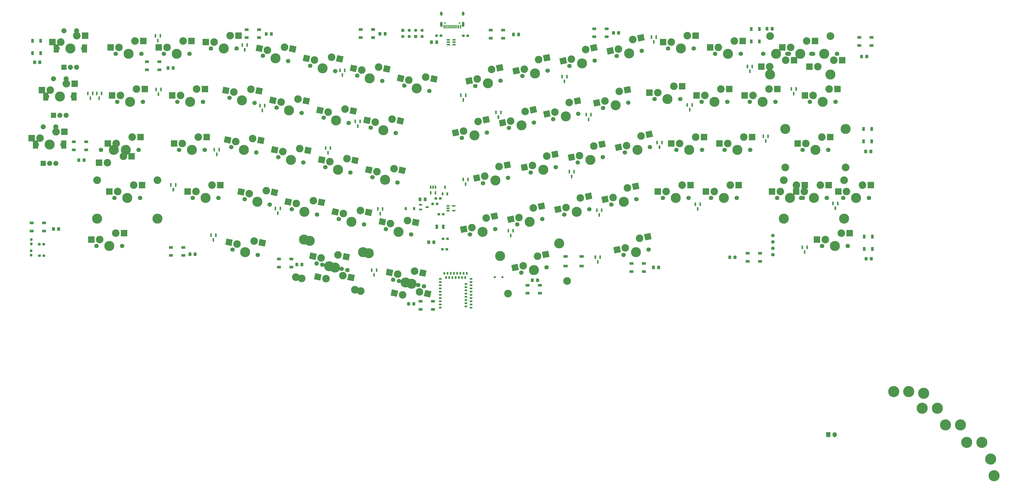
<source format=gbr>
%TF.GenerationSoftware,KiCad,Pcbnew,(5.1.10-1-10_14)*%
%TF.CreationDate,2021-05-29T20:47:56+07:00*%
%TF.ProjectId,geulis,6765756c-6973-42e6-9b69-6361645f7063,rev?*%
%TF.SameCoordinates,Original*%
%TF.FileFunction,Soldermask,Bot*%
%TF.FilePolarity,Negative*%
%FSLAX46Y46*%
G04 Gerber Fmt 4.6, Leading zero omitted, Abs format (unit mm)*
G04 Created by KiCad (PCBNEW (5.1.10-1-10_14)) date 2021-05-29 20:47:56*
%MOMM*%
%LPD*%
G01*
G04 APERTURE LIST*
%ADD10O,1.000000X2.100000*%
%ADD11C,0.650000*%
%ADD12O,1.000000X1.600000*%
%ADD13R,1.000000X1.800000*%
%ADD14R,1.000000X0.650000*%
%ADD15R,0.650000X1.000000*%
%ADD16R,1.700000X1.000000*%
%ADD17C,0.900000*%
%ADD18R,0.650000X1.220000*%
%ADD19R,1.220000X0.650000*%
%ADD20C,1.397000*%
%ADD21R,1.270000X1.270000*%
%ADD22O,1.270000X1.270000*%
%ADD23O,1.700000X2.000000*%
%ADD24R,0.600000X1.450000*%
%ADD25R,0.300000X1.450000*%
%ADD26C,4.400000*%
%ADD27R,0.900000X1.200000*%
%ADD28R,1.500000X1.000000*%
%ADD29R,1.000000X1.500000*%
%ADD30C,0.100000*%
%ADD31C,1.750000*%
%ADD32C,3.000000*%
%ADD33C,3.987800*%
%ADD34R,2.550000X2.500000*%
%ADD35C,3.048000*%
%ADD36C,2.000000*%
%ADD37R,2.000000X3.200000*%
%ADD38R,2.000000X2.000000*%
G04 APERTURE END LIST*
D10*
%TO.C,J1*%
X187431809Y132923558D03*
X196071809Y132923558D03*
D11*
X194641809Y133453558D03*
D12*
X196071809Y137103558D03*
D11*
X188861809Y133453558D03*
D12*
X187431809Y137103558D03*
%TD*%
D13*
%TO.C,Y2*%
X185681809Y52658558D03*
X188181809Y52658558D03*
%TD*%
%TO.C,U5*%
G36*
G01*
X183081809Y66746058D02*
X183381809Y66746058D01*
G75*
G02*
X183531809Y66596058I0J-150000D01*
G01*
X183531809Y65571058D01*
G75*
G02*
X183381809Y65421058I-150000J0D01*
G01*
X183081809Y65421058D01*
G75*
G02*
X182931809Y65571058I0J150000D01*
G01*
X182931809Y66596058D01*
G75*
G02*
X183081809Y66746058I150000J0D01*
G01*
G37*
G36*
G01*
X184981809Y66746058D02*
X185281809Y66746058D01*
G75*
G02*
X185431809Y66596058I0J-150000D01*
G01*
X185431809Y65571058D01*
G75*
G02*
X185281809Y65421058I-150000J0D01*
G01*
X184981809Y65421058D01*
G75*
G02*
X184831809Y65571058I0J150000D01*
G01*
X184831809Y66596058D01*
G75*
G02*
X184981809Y66746058I150000J0D01*
G01*
G37*
G36*
G01*
X184981809Y69021058D02*
X185281809Y69021058D01*
G75*
G02*
X185431809Y68871058I0J-150000D01*
G01*
X185431809Y67846058D01*
G75*
G02*
X185281809Y67696058I-150000J0D01*
G01*
X184981809Y67696058D01*
G75*
G02*
X184831809Y67846058I0J150000D01*
G01*
X184831809Y68871058D01*
G75*
G02*
X184981809Y69021058I150000J0D01*
G01*
G37*
G36*
G01*
X184031809Y69021058D02*
X184331809Y69021058D01*
G75*
G02*
X184481809Y68871058I0J-150000D01*
G01*
X184481809Y67846058D01*
G75*
G02*
X184331809Y67696058I-150000J0D01*
G01*
X184031809Y67696058D01*
G75*
G02*
X183881809Y67846058I0J150000D01*
G01*
X183881809Y68871058D01*
G75*
G02*
X184031809Y69021058I150000J0D01*
G01*
G37*
G36*
G01*
X183081809Y69021058D02*
X183381809Y69021058D01*
G75*
G02*
X183531809Y68871058I0J-150000D01*
G01*
X183531809Y67846058D01*
G75*
G02*
X183381809Y67696058I-150000J0D01*
G01*
X183081809Y67696058D01*
G75*
G02*
X182931809Y67846058I0J150000D01*
G01*
X182931809Y68871058D01*
G75*
G02*
X183081809Y69021058I150000J0D01*
G01*
G37*
%TD*%
%TO.C,U4*%
G36*
G01*
X190856809Y126908558D02*
X190856809Y126608558D01*
G75*
G02*
X190706809Y126458558I-150000J0D01*
G01*
X189681809Y126458558D01*
G75*
G02*
X189531809Y126608558I0J150000D01*
G01*
X189531809Y126908558D01*
G75*
G02*
X189681809Y127058558I150000J0D01*
G01*
X190706809Y127058558D01*
G75*
G02*
X190856809Y126908558I0J-150000D01*
G01*
G37*
G36*
G01*
X190856809Y125958558D02*
X190856809Y125658558D01*
G75*
G02*
X190706809Y125508558I-150000J0D01*
G01*
X189681809Y125508558D01*
G75*
G02*
X189531809Y125658558I0J150000D01*
G01*
X189531809Y125958558D01*
G75*
G02*
X189681809Y126108558I150000J0D01*
G01*
X190706809Y126108558D01*
G75*
G02*
X190856809Y125958558I0J-150000D01*
G01*
G37*
G36*
G01*
X190856809Y125008558D02*
X190856809Y124708558D01*
G75*
G02*
X190706809Y124558558I-150000J0D01*
G01*
X189681809Y124558558D01*
G75*
G02*
X189531809Y124708558I0J150000D01*
G01*
X189531809Y125008558D01*
G75*
G02*
X189681809Y125158558I150000J0D01*
G01*
X190706809Y125158558D01*
G75*
G02*
X190856809Y125008558I0J-150000D01*
G01*
G37*
G36*
G01*
X193131809Y125008558D02*
X193131809Y124708558D01*
G75*
G02*
X192981809Y124558558I-150000J0D01*
G01*
X191956809Y124558558D01*
G75*
G02*
X191806809Y124708558I0J150000D01*
G01*
X191806809Y125008558D01*
G75*
G02*
X191956809Y125158558I150000J0D01*
G01*
X192981809Y125158558D01*
G75*
G02*
X193131809Y125008558I0J-150000D01*
G01*
G37*
G36*
G01*
X193131809Y125958558D02*
X193131809Y125658558D01*
G75*
G02*
X192981809Y125508558I-150000J0D01*
G01*
X191956809Y125508558D01*
G75*
G02*
X191806809Y125658558I0J150000D01*
G01*
X191806809Y125958558D01*
G75*
G02*
X191956809Y126108558I150000J0D01*
G01*
X192981809Y126108558D01*
G75*
G02*
X193131809Y125958558I0J-150000D01*
G01*
G37*
G36*
G01*
X193131809Y126908558D02*
X193131809Y126608558D01*
G75*
G02*
X192981809Y126458558I-150000J0D01*
G01*
X191956809Y126458558D01*
G75*
G02*
X191806809Y126608558I0J150000D01*
G01*
X191806809Y126908558D01*
G75*
G02*
X191956809Y127058558I150000J0D01*
G01*
X192981809Y127058558D01*
G75*
G02*
X193131809Y126908558I0J-150000D01*
G01*
G37*
%TD*%
D14*
%TO.C,U3*%
X197122809Y29926558D03*
X186962809Y31958558D03*
X186962809Y30688558D03*
X186962809Y29418558D03*
X186962809Y28148558D03*
X186962809Y26878558D03*
X186962809Y25608558D03*
X186962809Y24338558D03*
X186962809Y23068558D03*
X186962809Y21798558D03*
X186962809Y20528558D03*
X199200809Y28148558D03*
X199200809Y20528558D03*
X199200809Y26878558D03*
X199200809Y21798558D03*
X199200809Y23068558D03*
X199200809Y24338558D03*
X199200809Y29418558D03*
X199200809Y25608558D03*
X199200809Y30688558D03*
X199200809Y31958558D03*
D15*
X196231809Y34177558D03*
X188611809Y34177558D03*
X194961809Y34177558D03*
X189881809Y34177558D03*
X191151809Y34177558D03*
X192421809Y34177558D03*
X197501809Y34177558D03*
X193691809Y34177558D03*
D14*
X197122809Y28656558D03*
X197122809Y27386558D03*
X197122809Y26116558D03*
X197122809Y24846558D03*
X197122809Y23576558D03*
X197122809Y22306558D03*
X197122809Y21036558D03*
D15*
X190518809Y32466558D03*
X189248809Y32466558D03*
X194328809Y32466558D03*
X191788809Y32466558D03*
X195598809Y32466558D03*
X196868809Y32466558D03*
X193058809Y32466558D03*
%TD*%
%TO.C,U2*%
G36*
G01*
X191696809Y58878558D02*
X191696809Y59178558D01*
G75*
G02*
X191846809Y59328558I150000J0D01*
G01*
X192871809Y59328558D01*
G75*
G02*
X193021809Y59178558I0J-150000D01*
G01*
X193021809Y58878558D01*
G75*
G02*
X192871809Y58728558I-150000J0D01*
G01*
X191846809Y58728558D01*
G75*
G02*
X191696809Y58878558I0J150000D01*
G01*
G37*
G36*
G01*
X191696809Y60778558D02*
X191696809Y61078558D01*
G75*
G02*
X191846809Y61228558I150000J0D01*
G01*
X192871809Y61228558D01*
G75*
G02*
X193021809Y61078558I0J-150000D01*
G01*
X193021809Y60778558D01*
G75*
G02*
X192871809Y60628558I-150000J0D01*
G01*
X191846809Y60628558D01*
G75*
G02*
X191696809Y60778558I0J150000D01*
G01*
G37*
G36*
G01*
X189421809Y60778558D02*
X189421809Y61078558D01*
G75*
G02*
X189571809Y61228558I150000J0D01*
G01*
X190596809Y61228558D01*
G75*
G02*
X190746809Y61078558I0J-150000D01*
G01*
X190746809Y60778558D01*
G75*
G02*
X190596809Y60628558I-150000J0D01*
G01*
X189571809Y60628558D01*
G75*
G02*
X189421809Y60778558I0J150000D01*
G01*
G37*
G36*
G01*
X189421809Y59828558D02*
X189421809Y60128558D01*
G75*
G02*
X189571809Y60278558I150000J0D01*
G01*
X190596809Y60278558D01*
G75*
G02*
X190746809Y60128558I0J-150000D01*
G01*
X190746809Y59828558D01*
G75*
G02*
X190596809Y59678558I-150000J0D01*
G01*
X189571809Y59678558D01*
G75*
G02*
X189421809Y59828558I0J150000D01*
G01*
G37*
G36*
G01*
X189421809Y58878558D02*
X189421809Y59178558D01*
G75*
G02*
X189571809Y59328558I150000J0D01*
G01*
X190596809Y59328558D01*
G75*
G02*
X190746809Y59178558I0J-150000D01*
G01*
X190746809Y58878558D01*
G75*
G02*
X190596809Y58728558I-150000J0D01*
G01*
X189571809Y58728558D01*
G75*
G02*
X189421809Y58878558I0J150000D01*
G01*
G37*
%TD*%
D16*
%TO.C,SW_RESET2*%
X242951809Y40888558D03*
X236651809Y40888558D03*
X242951809Y37088558D03*
X236651809Y37088558D03*
%TD*%
D17*
%TO.C,SW67*%
X211621809Y32678558D03*
X208621809Y32678558D03*
%TD*%
%TO.C,R10*%
G36*
G01*
X189356809Y47621058D02*
X189356809Y48096058D01*
G75*
G02*
X189594309Y48333558I237500J0D01*
G01*
X190169309Y48333558D01*
G75*
G02*
X190406809Y48096058I0J-237500D01*
G01*
X190406809Y47621058D01*
G75*
G02*
X190169309Y47383558I-237500J0D01*
G01*
X189594309Y47383558D01*
G75*
G02*
X189356809Y47621058I0J237500D01*
G01*
G37*
G36*
G01*
X187606809Y47621058D02*
X187606809Y48096058D01*
G75*
G02*
X187844309Y48333558I237500J0D01*
G01*
X188419309Y48333558D01*
G75*
G02*
X188656809Y48096058I0J-237500D01*
G01*
X188656809Y47621058D01*
G75*
G02*
X188419309Y47383558I-237500J0D01*
G01*
X187844309Y47383558D01*
G75*
G02*
X187606809Y47621058I0J237500D01*
G01*
G37*
%TD*%
%TO.C,R9*%
G36*
G01*
X29531809Y45471058D02*
X29531809Y45946058D01*
G75*
G02*
X29769309Y46183558I237500J0D01*
G01*
X30344309Y46183558D01*
G75*
G02*
X30581809Y45946058I0J-237500D01*
G01*
X30581809Y45471058D01*
G75*
G02*
X30344309Y45233558I-237500J0D01*
G01*
X29769309Y45233558D01*
G75*
G02*
X29531809Y45471058I0J237500D01*
G01*
G37*
G36*
G01*
X27781809Y45471058D02*
X27781809Y45946058D01*
G75*
G02*
X28019309Y46183558I237500J0D01*
G01*
X28594309Y46183558D01*
G75*
G02*
X28831809Y45946058I0J-237500D01*
G01*
X28831809Y45471058D01*
G75*
G02*
X28594309Y45233558I-237500J0D01*
G01*
X28019309Y45233558D01*
G75*
G02*
X27781809Y45471058I0J237500D01*
G01*
G37*
%TD*%
%TO.C,R8*%
G36*
G01*
X28906809Y41396058D02*
X28906809Y40921058D01*
G75*
G02*
X28669309Y40683558I-237500J0D01*
G01*
X28094309Y40683558D01*
G75*
G02*
X27856809Y40921058I0J237500D01*
G01*
X27856809Y41396058D01*
G75*
G02*
X28094309Y41633558I237500J0D01*
G01*
X28669309Y41633558D01*
G75*
G02*
X28906809Y41396058I0J-237500D01*
G01*
G37*
G36*
G01*
X30656809Y41396058D02*
X30656809Y40921058D01*
G75*
G02*
X30419309Y40683558I-237500J0D01*
G01*
X29844309Y40683558D01*
G75*
G02*
X29606809Y40921058I0J237500D01*
G01*
X29606809Y41396058D01*
G75*
G02*
X29844309Y41633558I237500J0D01*
G01*
X30419309Y41633558D01*
G75*
G02*
X30656809Y41396058I0J-237500D01*
G01*
G37*
%TD*%
%TO.C,R7*%
G36*
G01*
X196661809Y128616058D02*
X196661809Y128141058D01*
G75*
G02*
X196424309Y127903558I-237500J0D01*
G01*
X195849309Y127903558D01*
G75*
G02*
X195611809Y128141058I0J237500D01*
G01*
X195611809Y128616058D01*
G75*
G02*
X195849309Y128853558I237500J0D01*
G01*
X196424309Y128853558D01*
G75*
G02*
X196661809Y128616058I0J-237500D01*
G01*
G37*
G36*
G01*
X198411809Y128616058D02*
X198411809Y128141058D01*
G75*
G02*
X198174309Y127903558I-237500J0D01*
G01*
X197599309Y127903558D01*
G75*
G02*
X197361809Y128141058I0J237500D01*
G01*
X197361809Y128616058D01*
G75*
G02*
X197599309Y128853558I237500J0D01*
G01*
X198174309Y128853558D01*
G75*
G02*
X198411809Y128616058I0J-237500D01*
G01*
G37*
%TD*%
%TO.C,R6*%
G36*
G01*
X186766809Y128191058D02*
X186766809Y128666058D01*
G75*
G02*
X187004309Y128903558I237500J0D01*
G01*
X187579309Y128903558D01*
G75*
G02*
X187816809Y128666058I0J-237500D01*
G01*
X187816809Y128191058D01*
G75*
G02*
X187579309Y127953558I-237500J0D01*
G01*
X187004309Y127953558D01*
G75*
G02*
X186766809Y128191058I0J237500D01*
G01*
G37*
G36*
G01*
X185016809Y128191058D02*
X185016809Y128666058D01*
G75*
G02*
X185254309Y128903558I237500J0D01*
G01*
X185829309Y128903558D01*
G75*
G02*
X186066809Y128666058I0J-237500D01*
G01*
X186066809Y128191058D01*
G75*
G02*
X185829309Y127953558I-237500J0D01*
G01*
X185254309Y127953558D01*
G75*
G02*
X185016809Y128191058I0J237500D01*
G01*
G37*
%TD*%
%TO.C,R5*%
G36*
G01*
X187681809Y57361058D02*
X187681809Y57836058D01*
G75*
G02*
X187919309Y58073558I237500J0D01*
G01*
X188494309Y58073558D01*
G75*
G02*
X188731809Y57836058I0J-237500D01*
G01*
X188731809Y57361058D01*
G75*
G02*
X188494309Y57123558I-237500J0D01*
G01*
X187919309Y57123558D01*
G75*
G02*
X187681809Y57361058I0J237500D01*
G01*
G37*
G36*
G01*
X185931809Y57361058D02*
X185931809Y57836058D01*
G75*
G02*
X186169309Y58073558I237500J0D01*
G01*
X186744309Y58073558D01*
G75*
G02*
X186981809Y57836058I0J-237500D01*
G01*
X186981809Y57361058D01*
G75*
G02*
X186744309Y57123558I-237500J0D01*
G01*
X186169309Y57123558D01*
G75*
G02*
X185931809Y57361058I0J237500D01*
G01*
G37*
%TD*%
%TO.C,R4*%
G36*
G01*
X186501809Y63611058D02*
X186501809Y64086058D01*
G75*
G02*
X186739309Y64323558I237500J0D01*
G01*
X187314309Y64323558D01*
G75*
G02*
X187551809Y64086058I0J-237500D01*
G01*
X187551809Y63611058D01*
G75*
G02*
X187314309Y63373558I-237500J0D01*
G01*
X186739309Y63373558D01*
G75*
G02*
X186501809Y63611058I0J237500D01*
G01*
G37*
G36*
G01*
X184751809Y63611058D02*
X184751809Y64086058D01*
G75*
G02*
X184989309Y64323558I237500J0D01*
G01*
X185564309Y64323558D01*
G75*
G02*
X185801809Y64086058I0J-237500D01*
G01*
X185801809Y63611058D01*
G75*
G02*
X185564309Y63373558I-237500J0D01*
G01*
X184989309Y63373558D01*
G75*
G02*
X184751809Y63611058I0J237500D01*
G01*
G37*
%TD*%
%TO.C,R3*%
G36*
G01*
X185221809Y61471058D02*
X185221809Y61946058D01*
G75*
G02*
X185459309Y62183558I237500J0D01*
G01*
X186034309Y62183558D01*
G75*
G02*
X186271809Y61946058I0J-237500D01*
G01*
X186271809Y61471058D01*
G75*
G02*
X186034309Y61233558I-237500J0D01*
G01*
X185459309Y61233558D01*
G75*
G02*
X185221809Y61471058I0J237500D01*
G01*
G37*
G36*
G01*
X183471809Y61471058D02*
X183471809Y61946058D01*
G75*
G02*
X183709309Y62183558I237500J0D01*
G01*
X184284309Y62183558D01*
G75*
G02*
X184521809Y61946058I0J-237500D01*
G01*
X184521809Y61471058D01*
G75*
G02*
X184284309Y61233558I-237500J0D01*
G01*
X183709309Y61233558D01*
G75*
G02*
X183471809Y61471058I0J237500D01*
G01*
G37*
%TD*%
%TO.C,R2*%
G36*
G01*
X189056809Y43471058D02*
X189056809Y43946058D01*
G75*
G02*
X189294309Y44183558I237500J0D01*
G01*
X189869309Y44183558D01*
G75*
G02*
X190106809Y43946058I0J-237500D01*
G01*
X190106809Y43471058D01*
G75*
G02*
X189869309Y43233558I-237500J0D01*
G01*
X189294309Y43233558D01*
G75*
G02*
X189056809Y43471058I0J237500D01*
G01*
G37*
G36*
G01*
X187306809Y43471058D02*
X187306809Y43946058D01*
G75*
G02*
X187544309Y44183558I237500J0D01*
G01*
X188119309Y44183558D01*
G75*
G02*
X188356809Y43946058I0J-237500D01*
G01*
X188356809Y43471058D01*
G75*
G02*
X188119309Y43233558I-237500J0D01*
G01*
X187544309Y43233558D01*
G75*
G02*
X187306809Y43471058I0J237500D01*
G01*
G37*
%TD*%
D18*
%TO.C,Q3*%
X188881809Y68278558D03*
X187931809Y65658558D03*
X189831809Y65658558D03*
%TD*%
D19*
%TO.C,Q2*%
X181871809Y60408558D03*
X179251809Y61358558D03*
X179251809Y59458558D03*
%TD*%
D20*
%TO.C,OL1*%
X318631809Y49148558D03*
X318631809Y46608558D03*
X318631809Y44068558D03*
X318631809Y41528558D03*
%TD*%
D21*
%TO.C,J5*%
X172141809Y130498558D03*
D22*
X174681809Y130498558D03*
X177221809Y130498558D03*
X179761809Y130498558D03*
%TD*%
D23*
%TO.C,J4*%
X343091809Y-29781442D03*
G36*
G01*
X339741809Y-30531442D02*
X339741809Y-29031442D01*
G75*
G02*
X339991809Y-28781442I250000J0D01*
G01*
X341191809Y-28781442D01*
G75*
G02*
X341441809Y-29031442I0J-250000D01*
G01*
X341441809Y-30531442D01*
G75*
G02*
X341191809Y-30781442I-250000J0D01*
G01*
X339991809Y-30781442D01*
G75*
G02*
X339741809Y-30531442I0J250000D01*
G01*
G37*
%TD*%
D22*
%TO.C,J3*%
X172151809Y128118558D03*
X174691809Y128118558D03*
D21*
X177231809Y128118558D03*
D22*
X179771809Y128118558D03*
%TD*%
D24*
%TO.C,J2*%
X195001809Y132008558D03*
X194201809Y132008558D03*
X189301809Y132008558D03*
X188501809Y132008558D03*
X188501809Y132008558D03*
X189301809Y132008558D03*
X194201809Y132008558D03*
X195001809Y132008558D03*
D25*
X190001809Y132008558D03*
X190501809Y132008558D03*
X191001809Y132008558D03*
X192001809Y132008558D03*
X192501809Y132008558D03*
X193001809Y132008558D03*
X193501809Y132008558D03*
X191501809Y132008558D03*
D10*
X196071809Y132923558D03*
X187431809Y132923558D03*
D11*
X188861809Y133453558D03*
D12*
X187431809Y137103558D03*
D11*
X194641809Y133453558D03*
D12*
X196071809Y137103558D03*
%TD*%
D26*
%TO.C,H13*%
X386971809Y-25941442D03*
%TD*%
%TO.C,H12*%
X377791809Y-19321442D03*
%TD*%
%TO.C,H11*%
X372431809Y-12701442D03*
%TD*%
%TO.C,H10*%
X406241809Y-46081442D03*
%TD*%
%TO.C,H9*%
X395391809Y-32841442D03*
%TD*%
%TO.C,H8*%
X404811809Y-39461442D03*
%TD*%
%TO.C,H7*%
X383741809Y-19321442D03*
%TD*%
%TO.C,H5*%
X366481809Y-12701442D03*
%TD*%
%TO.C,H4*%
X401341809Y-32841442D03*
%TD*%
%TO.C,H3*%
X392921809Y-25941442D03*
%TD*%
%TO.C,H2*%
X378381809Y-13371442D03*
%TD*%
%TO.C,F2*%
G36*
G01*
X185026809Y125368557D02*
X185026809Y126268559D01*
G75*
G02*
X185276808Y126518558I249999J0D01*
G01*
X185926810Y126518558D01*
G75*
G02*
X186176809Y126268559I0J-249999D01*
G01*
X186176809Y125368557D01*
G75*
G02*
X185926810Y125118558I-249999J0D01*
G01*
X185276808Y125118558D01*
G75*
G02*
X185026809Y125368557I0J249999D01*
G01*
G37*
G36*
G01*
X182976809Y125368557D02*
X182976809Y126268559D01*
G75*
G02*
X183226808Y126518558I249999J0D01*
G01*
X183876810Y126518558D01*
G75*
G02*
X184126809Y126268559I0J-249999D01*
G01*
X184126809Y125368557D01*
G75*
G02*
X183876810Y125118558I-249999J0D01*
G01*
X183226808Y125118558D01*
G75*
G02*
X182976809Y125368557I0J249999D01*
G01*
G37*
%TD*%
%TO.C,D54*%
G36*
G01*
X25369309Y47058558D02*
X24894309Y47058558D01*
G75*
G02*
X24656809Y47296058I0J237500D01*
G01*
X24656809Y47871058D01*
G75*
G02*
X24894309Y48108558I237500J0D01*
G01*
X25369309Y48108558D01*
G75*
G02*
X25606809Y47871058I0J-237500D01*
G01*
X25606809Y47296058D01*
G75*
G02*
X25369309Y47058558I-237500J0D01*
G01*
G37*
G36*
G01*
X25369309Y45308558D02*
X24894309Y45308558D01*
G75*
G02*
X24656809Y45546058I0J237500D01*
G01*
X24656809Y46121058D01*
G75*
G02*
X24894309Y46358558I237500J0D01*
G01*
X25369309Y46358558D01*
G75*
G02*
X25606809Y46121058I0J-237500D01*
G01*
X25606809Y45546058D01*
G75*
G02*
X25369309Y45308558I-237500J0D01*
G01*
G37*
%TD*%
%TO.C,D53*%
G36*
G01*
X25319309Y42583558D02*
X24844309Y42583558D01*
G75*
G02*
X24606809Y42821058I0J237500D01*
G01*
X24606809Y43396058D01*
G75*
G02*
X24844309Y43633558I237500J0D01*
G01*
X25319309Y43633558D01*
G75*
G02*
X25556809Y43396058I0J-237500D01*
G01*
X25556809Y42821058D01*
G75*
G02*
X25319309Y42583558I-237500J0D01*
G01*
G37*
G36*
G01*
X25319309Y40833558D02*
X24844309Y40833558D01*
G75*
G02*
X24606809Y41071058I0J237500D01*
G01*
X24606809Y41646058D01*
G75*
G02*
X24844309Y41883558I237500J0D01*
G01*
X25319309Y41883558D01*
G75*
G02*
X25556809Y41646058I0J-237500D01*
G01*
X25556809Y41071058D01*
G75*
G02*
X25319309Y40833558I-237500J0D01*
G01*
G37*
%TD*%
D27*
%TO.C,D52*%
X176641809Y59858558D03*
X173341809Y59858558D03*
%TD*%
D28*
%TO.C,D51*%
X123131809Y36658558D03*
X123131809Y39858558D03*
X128031809Y36658558D03*
X128031809Y39858558D03*
%TD*%
%TO.C,D50*%
X80421809Y41258558D03*
X80421809Y44458558D03*
X85321809Y41258558D03*
X85321809Y44458558D03*
%TD*%
%TO.C,D49*%
X25301809Y50958558D03*
X25301809Y54158558D03*
X30201809Y50958558D03*
X30201809Y54158558D03*
%TD*%
%TO.C,D48*%
X42001809Y83158558D03*
X42001809Y86358558D03*
X46901809Y83158558D03*
X46901809Y86358558D03*
%TD*%
D29*
%TO.C,D47*%
X28821809Y121468558D03*
X25621809Y121468558D03*
X28821809Y126368558D03*
X25621809Y126368558D03*
%TD*%
D28*
%TO.C,D46*%
X70951809Y114858558D03*
X70951809Y118058558D03*
X75851809Y114858558D03*
X75851809Y118058558D03*
%TD*%
%TO.C,D45*%
X110371809Y127628558D03*
X110371809Y130828558D03*
X115271809Y127628558D03*
X115271809Y130828558D03*
%TD*%
%TO.C,D44*%
X155481809Y127698558D03*
X155481809Y130898558D03*
X160381809Y127698558D03*
X160381809Y130898558D03*
%TD*%
%TO.C,D43*%
X206951809Y127388558D03*
X206951809Y130588558D03*
X211851809Y127388558D03*
X211851809Y130588558D03*
%TD*%
%TO.C,D42*%
X247951809Y127958558D03*
X247951809Y131158558D03*
X252851809Y127958558D03*
X252851809Y131158558D03*
%TD*%
D29*
%TO.C,D41*%
X313301809Y126138558D03*
X310101809Y126138558D03*
X313301809Y131038558D03*
X310101809Y131038558D03*
%TD*%
D28*
%TO.C,D40*%
X357721809Y127708558D03*
X357721809Y124508558D03*
X352821809Y127708558D03*
X352821809Y124508558D03*
%TD*%
D29*
%TO.C,D39*%
X357791809Y86508558D03*
X354591809Y86508558D03*
X357791809Y91408558D03*
X354591809Y91408558D03*
%TD*%
%TO.C,D38*%
X358021809Y43828558D03*
X354821809Y43828558D03*
X358021809Y48728558D03*
X354821809Y48728558D03*
%TD*%
D28*
%TO.C,D37*%
X308691809Y38918558D03*
X308691809Y42118558D03*
X313591809Y38918558D03*
X313591809Y42118558D03*
%TD*%
%TO.C,D36*%
X267591809Y38088558D03*
X267591809Y34888558D03*
X262691809Y38088558D03*
X262691809Y34888558D03*
%TD*%
%TO.C,D35*%
X184151809Y23098558D03*
X184151809Y19898558D03*
X179251809Y23098558D03*
X179251809Y19898558D03*
%TD*%
%TO.C,D34*%
X226461809Y29478558D03*
X226461809Y26278558D03*
X221561809Y29478558D03*
X221561809Y26278558D03*
%TD*%
%TO.C,C20*%
G36*
G01*
X183906809Y46058557D02*
X183906809Y46958559D01*
G75*
G02*
X184156808Y47208558I249999J0D01*
G01*
X184806810Y47208558D01*
G75*
G02*
X185056809Y46958559I0J-249999D01*
G01*
X185056809Y46058557D01*
G75*
G02*
X184806810Y45808558I-249999J0D01*
G01*
X184156808Y45808558D01*
G75*
G02*
X183906809Y46058557I0J249999D01*
G01*
G37*
G36*
G01*
X181856809Y46058557D02*
X181856809Y46958559D01*
G75*
G02*
X182106808Y47208558I249999J0D01*
G01*
X182756810Y47208558D01*
G75*
G02*
X183006809Y46958559I0J-249999D01*
G01*
X183006809Y46058557D01*
G75*
G02*
X182756810Y45808558I-249999J0D01*
G01*
X182106808Y45808558D01*
G75*
G02*
X181856809Y46058557I0J249999D01*
G01*
G37*
%TD*%
%TO.C,C19*%
G36*
G01*
X131696809Y37198557D02*
X131696809Y38098559D01*
G75*
G02*
X131946808Y38348558I249999J0D01*
G01*
X132596810Y38348558D01*
G75*
G02*
X132846809Y38098559I0J-249999D01*
G01*
X132846809Y37198557D01*
G75*
G02*
X132596810Y36948558I-249999J0D01*
G01*
X131946808Y36948558D01*
G75*
G02*
X131696809Y37198557I0J249999D01*
G01*
G37*
G36*
G01*
X129646809Y37198557D02*
X129646809Y38098559D01*
G75*
G02*
X129896808Y38348558I249999J0D01*
G01*
X130546810Y38348558D01*
G75*
G02*
X130796809Y38098559I0J-249999D01*
G01*
X130796809Y37198557D01*
G75*
G02*
X130546810Y36948558I-249999J0D01*
G01*
X129896808Y36948558D01*
G75*
G02*
X129646809Y37198557I0J249999D01*
G01*
G37*
%TD*%
%TO.C,C18*%
G36*
G01*
X180461809Y63068557D02*
X180461809Y63968559D01*
G75*
G02*
X180711808Y64218558I249999J0D01*
G01*
X181361810Y64218558D01*
G75*
G02*
X181611809Y63968559I0J-249999D01*
G01*
X181611809Y63068557D01*
G75*
G02*
X181361810Y62818558I-249999J0D01*
G01*
X180711808Y62818558D01*
G75*
G02*
X180461809Y63068557I0J249999D01*
G01*
G37*
G36*
G01*
X178411809Y63068557D02*
X178411809Y63968559D01*
G75*
G02*
X178661808Y64218558I249999J0D01*
G01*
X179311810Y64218558D01*
G75*
G02*
X179561809Y63968559I0J-249999D01*
G01*
X179561809Y63068557D01*
G75*
G02*
X179311810Y62818558I-249999J0D01*
G01*
X178661808Y62818558D01*
G75*
G02*
X178411809Y63068557I0J249999D01*
G01*
G37*
%TD*%
%TO.C,C17*%
G36*
G01*
X175966809Y21608557D02*
X175966809Y22508559D01*
G75*
G02*
X176216808Y22758558I249999J0D01*
G01*
X176866810Y22758558D01*
G75*
G02*
X177116809Y22508559I0J-249999D01*
G01*
X177116809Y21608557D01*
G75*
G02*
X176866810Y21358558I-249999J0D01*
G01*
X176216808Y21358558D01*
G75*
G02*
X175966809Y21608557I0J249999D01*
G01*
G37*
G36*
G01*
X173916809Y21608557D02*
X173916809Y22508559D01*
G75*
G02*
X174166808Y22758558I249999J0D01*
G01*
X174816810Y22758558D01*
G75*
G02*
X175066809Y22508559I0J-249999D01*
G01*
X175066809Y21608557D01*
G75*
G02*
X174816810Y21358558I-249999J0D01*
G01*
X174166808Y21358558D01*
G75*
G02*
X173916809Y21608557I0J249999D01*
G01*
G37*
%TD*%
%TO.C,C16*%
G36*
G01*
X45436809Y78598557D02*
X45436809Y79498559D01*
G75*
G02*
X45686808Y79748558I249999J0D01*
G01*
X46336810Y79748558D01*
G75*
G02*
X46586809Y79498559I0J-249999D01*
G01*
X46586809Y78598557D01*
G75*
G02*
X46336810Y78348558I-249999J0D01*
G01*
X45686808Y78348558D01*
G75*
G02*
X45436809Y78598557I0J249999D01*
G01*
G37*
G36*
G01*
X43386809Y78598557D02*
X43386809Y79498559D01*
G75*
G02*
X43636808Y79748558I249999J0D01*
G01*
X44286810Y79748558D01*
G75*
G02*
X44536809Y79498559I0J-249999D01*
G01*
X44536809Y78598557D01*
G75*
G02*
X44286810Y78348558I-249999J0D01*
G01*
X43636808Y78348558D01*
G75*
G02*
X43386809Y78598557I0J249999D01*
G01*
G37*
%TD*%
%TO.C,C15*%
G36*
G01*
X217461809Y128448557D02*
X217461809Y129348559D01*
G75*
G02*
X217711808Y129598558I249999J0D01*
G01*
X218361810Y129598558D01*
G75*
G02*
X218611809Y129348559I0J-249999D01*
G01*
X218611809Y128448557D01*
G75*
G02*
X218361810Y128198558I-249999J0D01*
G01*
X217711808Y128198558D01*
G75*
G02*
X217461809Y128448557I0J249999D01*
G01*
G37*
G36*
G01*
X215411809Y128448557D02*
X215411809Y129348559D01*
G75*
G02*
X215661808Y129598558I249999J0D01*
G01*
X216311810Y129598558D01*
G75*
G02*
X216561809Y129348559I0J-249999D01*
G01*
X216561809Y128448557D01*
G75*
G02*
X216311810Y128198558I-249999J0D01*
G01*
X215661808Y128198558D01*
G75*
G02*
X215411809Y128448557I0J249999D01*
G01*
G37*
%TD*%
%TO.C,C14*%
G36*
G01*
X303086809Y40068557D02*
X303086809Y40968559D01*
G75*
G02*
X303336808Y41218558I249999J0D01*
G01*
X303986810Y41218558D01*
G75*
G02*
X304236809Y40968559I0J-249999D01*
G01*
X304236809Y40068557D01*
G75*
G02*
X303986810Y39818558I-249999J0D01*
G01*
X303336808Y39818558D01*
G75*
G02*
X303086809Y40068557I0J249999D01*
G01*
G37*
G36*
G01*
X301036809Y40068557D02*
X301036809Y40968559D01*
G75*
G02*
X301286808Y41218558I249999J0D01*
G01*
X301936810Y41218558D01*
G75*
G02*
X302186809Y40968559I0J-249999D01*
G01*
X302186809Y40068557D01*
G75*
G02*
X301936810Y39818558I-249999J0D01*
G01*
X301286808Y39818558D01*
G75*
G02*
X301036809Y40068557I0J249999D01*
G01*
G37*
%TD*%
%TO.C,C13*%
G36*
G01*
X119596809Y128628557D02*
X119596809Y129528559D01*
G75*
G02*
X119846808Y129778558I249999J0D01*
G01*
X120496810Y129778558D01*
G75*
G02*
X120746809Y129528559I0J-249999D01*
G01*
X120746809Y128628557D01*
G75*
G02*
X120496810Y128378558I-249999J0D01*
G01*
X119846808Y128378558D01*
G75*
G02*
X119596809Y128628557I0J249999D01*
G01*
G37*
G36*
G01*
X117546809Y128628557D02*
X117546809Y129528559D01*
G75*
G02*
X117796808Y129778558I249999J0D01*
G01*
X118446810Y129778558D01*
G75*
G02*
X118696809Y129528559I0J-249999D01*
G01*
X118696809Y128628557D01*
G75*
G02*
X118446810Y128378558I-249999J0D01*
G01*
X117796808Y128378558D01*
G75*
G02*
X117546809Y128628557I0J249999D01*
G01*
G37*
%TD*%
%TO.C,C12*%
G36*
G01*
X356866809Y82048557D02*
X356866809Y82948559D01*
G75*
G02*
X357116808Y83198558I249999J0D01*
G01*
X357766810Y83198558D01*
G75*
G02*
X358016809Y82948559I0J-249999D01*
G01*
X358016809Y82048557D01*
G75*
G02*
X357766810Y81798558I-249999J0D01*
G01*
X357116808Y81798558D01*
G75*
G02*
X356866809Y82048557I0J249999D01*
G01*
G37*
G36*
G01*
X354816809Y82048557D02*
X354816809Y82948559D01*
G75*
G02*
X355066808Y83198558I249999J0D01*
G01*
X355716810Y83198558D01*
G75*
G02*
X355966809Y82948559I0J-249999D01*
G01*
X355966809Y82048557D01*
G75*
G02*
X355716810Y81798558I-249999J0D01*
G01*
X355066808Y81798558D01*
G75*
G02*
X354816809Y82048557I0J249999D01*
G01*
G37*
%TD*%
%TO.C,C11*%
G36*
G01*
X35376809Y51298557D02*
X35376809Y52198559D01*
G75*
G02*
X35626808Y52448558I249999J0D01*
G01*
X36276810Y52448558D01*
G75*
G02*
X36526809Y52198559I0J-249999D01*
G01*
X36526809Y51298557D01*
G75*
G02*
X36276810Y51048558I-249999J0D01*
G01*
X35626808Y51048558D01*
G75*
G02*
X35376809Y51298557I0J249999D01*
G01*
G37*
G36*
G01*
X33326809Y51298557D02*
X33326809Y52198559D01*
G75*
G02*
X33576808Y52448558I249999J0D01*
G01*
X34226810Y52448558D01*
G75*
G02*
X34476809Y52198559I0J-249999D01*
G01*
X34476809Y51298557D01*
G75*
G02*
X34226810Y51048558I-249999J0D01*
G01*
X33576808Y51048558D01*
G75*
G02*
X33326809Y51298557I0J249999D01*
G01*
G37*
%TD*%
%TO.C,C10*%
G36*
G01*
X89416809Y41298557D02*
X89416809Y42198559D01*
G75*
G02*
X89666808Y42448558I249999J0D01*
G01*
X90316810Y42448558D01*
G75*
G02*
X90566809Y42198559I0J-249999D01*
G01*
X90566809Y41298557D01*
G75*
G02*
X90316810Y41048558I-249999J0D01*
G01*
X89666808Y41048558D01*
G75*
G02*
X89416809Y41298557I0J249999D01*
G01*
G37*
G36*
G01*
X87366809Y41298557D02*
X87366809Y42198559D01*
G75*
G02*
X87616808Y42448558I249999J0D01*
G01*
X88266810Y42448558D01*
G75*
G02*
X88516809Y42198559I0J-249999D01*
G01*
X88516809Y41298557D01*
G75*
G02*
X88266810Y41048558I-249999J0D01*
G01*
X87616808Y41048558D01*
G75*
G02*
X87366809Y41298557I0J249999D01*
G01*
G37*
%TD*%
%TO.C,C9*%
G36*
G01*
X272856809Y36048557D02*
X272856809Y36948559D01*
G75*
G02*
X273106808Y37198558I249999J0D01*
G01*
X273756810Y37198558D01*
G75*
G02*
X274006809Y36948559I0J-249999D01*
G01*
X274006809Y36048557D01*
G75*
G02*
X273756810Y35798558I-249999J0D01*
G01*
X273106808Y35798558D01*
G75*
G02*
X272856809Y36048557I0J249999D01*
G01*
G37*
G36*
G01*
X270806809Y36048557D02*
X270806809Y36948559D01*
G75*
G02*
X271056808Y37198558I249999J0D01*
G01*
X271706810Y37198558D01*
G75*
G02*
X271956809Y36948559I0J-249999D01*
G01*
X271956809Y36048557D01*
G75*
G02*
X271706810Y35798558I-249999J0D01*
G01*
X271056808Y35798558D01*
G75*
G02*
X270806809Y36048557I0J249999D01*
G01*
G37*
%TD*%
%TO.C,C8*%
G36*
G01*
X357051809Y39508557D02*
X357051809Y40408559D01*
G75*
G02*
X357301808Y40658558I249999J0D01*
G01*
X357951810Y40658558D01*
G75*
G02*
X358201809Y40408559I0J-249999D01*
G01*
X358201809Y39508557D01*
G75*
G02*
X357951810Y39258558I-249999J0D01*
G01*
X357301808Y39258558D01*
G75*
G02*
X357051809Y39508557I0J249999D01*
G01*
G37*
G36*
G01*
X355001809Y39508557D02*
X355001809Y40408559D01*
G75*
G02*
X355251808Y40658558I249999J0D01*
G01*
X355901810Y40658558D01*
G75*
G02*
X356151809Y40408559I0J-249999D01*
G01*
X356151809Y39508557D01*
G75*
G02*
X355901810Y39258558I-249999J0D01*
G01*
X355251808Y39258558D01*
G75*
G02*
X355001809Y39508557I0J249999D01*
G01*
G37*
%TD*%
%TO.C,C7*%
G36*
G01*
X164606809Y128708557D02*
X164606809Y129608559D01*
G75*
G02*
X164856808Y129858558I249999J0D01*
G01*
X165506810Y129858558D01*
G75*
G02*
X165756809Y129608559I0J-249999D01*
G01*
X165756809Y128708557D01*
G75*
G02*
X165506810Y128458558I-249999J0D01*
G01*
X164856808Y128458558D01*
G75*
G02*
X164606809Y128708557I0J249999D01*
G01*
G37*
G36*
G01*
X162556809Y128708557D02*
X162556809Y129608559D01*
G75*
G02*
X162806808Y129858558I249999J0D01*
G01*
X163456810Y129858558D01*
G75*
G02*
X163706809Y129608559I0J-249999D01*
G01*
X163706809Y128708557D01*
G75*
G02*
X163456810Y128458558I-249999J0D01*
G01*
X162806808Y128458558D01*
G75*
G02*
X162556809Y128708557I0J249999D01*
G01*
G37*
%TD*%
%TO.C,C6*%
G36*
G01*
X317816809Y130698557D02*
X317816809Y131598559D01*
G75*
G02*
X318066808Y131848558I249999J0D01*
G01*
X318716810Y131848558D01*
G75*
G02*
X318966809Y131598559I0J-249999D01*
G01*
X318966809Y130698557D01*
G75*
G02*
X318716810Y130448558I-249999J0D01*
G01*
X318066808Y130448558D01*
G75*
G02*
X317816809Y130698557I0J249999D01*
G01*
G37*
G36*
G01*
X315766809Y130698557D02*
X315766809Y131598559D01*
G75*
G02*
X316016808Y131848558I249999J0D01*
G01*
X316666810Y131848558D01*
G75*
G02*
X316916809Y131598559I0J-249999D01*
G01*
X316916809Y130698557D01*
G75*
G02*
X316666810Y130448558I-249999J0D01*
G01*
X316016808Y130448558D01*
G75*
G02*
X315766809Y130698557I0J249999D01*
G01*
G37*
%TD*%
%TO.C,C5*%
G36*
G01*
X27951809Y117408557D02*
X27951809Y118308559D01*
G75*
G02*
X28201808Y118558558I249999J0D01*
G01*
X28851810Y118558558D01*
G75*
G02*
X29101809Y118308559I0J-249999D01*
G01*
X29101809Y117408557D01*
G75*
G02*
X28851810Y117158558I-249999J0D01*
G01*
X28201808Y117158558D01*
G75*
G02*
X27951809Y117408557I0J249999D01*
G01*
G37*
G36*
G01*
X25901809Y117408557D02*
X25901809Y118308559D01*
G75*
G02*
X26151808Y118558558I249999J0D01*
G01*
X26801810Y118558558D01*
G75*
G02*
X27051809Y118308559I0J-249999D01*
G01*
X27051809Y117408557D01*
G75*
G02*
X26801810Y117158558I-249999J0D01*
G01*
X26151808Y117158558D01*
G75*
G02*
X25901809Y117408557I0J249999D01*
G01*
G37*
%TD*%
%TO.C,C4*%
G36*
G01*
X80726809Y115148557D02*
X80726809Y116048559D01*
G75*
G02*
X80976808Y116298558I249999J0D01*
G01*
X81626810Y116298558D01*
G75*
G02*
X81876809Y116048559I0J-249999D01*
G01*
X81876809Y115148557D01*
G75*
G02*
X81626810Y114898558I-249999J0D01*
G01*
X80976808Y114898558D01*
G75*
G02*
X80726809Y115148557I0J249999D01*
G01*
G37*
G36*
G01*
X78676809Y115148557D02*
X78676809Y116048559D01*
G75*
G02*
X78926808Y116298558I249999J0D01*
G01*
X79576810Y116298558D01*
G75*
G02*
X79826809Y116048559I0J-249999D01*
G01*
X79826809Y115148557D01*
G75*
G02*
X79576810Y114898558I-249999J0D01*
G01*
X78926808Y114898558D01*
G75*
G02*
X78676809Y115148557I0J249999D01*
G01*
G37*
%TD*%
%TO.C,C3*%
G36*
G01*
X224926809Y30998557D02*
X224926809Y31898559D01*
G75*
G02*
X225176808Y32148558I249999J0D01*
G01*
X225826810Y32148558D01*
G75*
G02*
X226076809Y31898559I0J-249999D01*
G01*
X226076809Y30998557D01*
G75*
G02*
X225826810Y30748558I-249999J0D01*
G01*
X225176808Y30748558D01*
G75*
G02*
X224926809Y30998557I0J249999D01*
G01*
G37*
G36*
G01*
X222876809Y30998557D02*
X222876809Y31898559D01*
G75*
G02*
X223126808Y32148558I249999J0D01*
G01*
X223776810Y32148558D01*
G75*
G02*
X224026809Y31898559I0J-249999D01*
G01*
X224026809Y30998557D01*
G75*
G02*
X223776810Y30748558I-249999J0D01*
G01*
X223126808Y30748558D01*
G75*
G02*
X222876809Y30998557I0J249999D01*
G01*
G37*
%TD*%
%TO.C,C2*%
G36*
G01*
X257046809Y129088557D02*
X257046809Y129988559D01*
G75*
G02*
X257296808Y130238558I249999J0D01*
G01*
X257946810Y130238558D01*
G75*
G02*
X258196809Y129988559I0J-249999D01*
G01*
X258196809Y129088557D01*
G75*
G02*
X257946810Y128838558I-249999J0D01*
G01*
X257296808Y128838558D01*
G75*
G02*
X257046809Y129088557I0J249999D01*
G01*
G37*
G36*
G01*
X254996809Y129088557D02*
X254996809Y129988559D01*
G75*
G02*
X255246808Y130238558I249999J0D01*
G01*
X255896810Y130238558D01*
G75*
G02*
X256146809Y129988559I0J-249999D01*
G01*
X256146809Y129088557D01*
G75*
G02*
X255896810Y128838558I-249999J0D01*
G01*
X255246808Y128838558D01*
G75*
G02*
X254996809Y129088557I0J249999D01*
G01*
G37*
%TD*%
%TO.C,C1*%
G36*
G01*
X355236809Y119678557D02*
X355236809Y120578559D01*
G75*
G02*
X355486808Y120828558I249999J0D01*
G01*
X356136810Y120828558D01*
G75*
G02*
X356386809Y120578559I0J-249999D01*
G01*
X356386809Y119678557D01*
G75*
G02*
X356136810Y119428558I-249999J0D01*
G01*
X355486808Y119428558D01*
G75*
G02*
X355236809Y119678557I0J249999D01*
G01*
G37*
G36*
G01*
X353186809Y119678557D02*
X353186809Y120578559D01*
G75*
G02*
X353436808Y120828558I249999J0D01*
G01*
X354086810Y120828558D01*
G75*
G02*
X354336809Y120578559I0J-249999D01*
G01*
X354336809Y119678557D01*
G75*
G02*
X354086810Y119428558I-249999J0D01*
G01*
X353436808Y119428558D01*
G75*
G02*
X353186809Y119678557I0J249999D01*
G01*
G37*
%TD*%
D30*
%TO.C,SW10*%
G36*
X246813995Y122128679D02*
G01*
X246294216Y124574048D01*
X248788493Y125104223D01*
X249308272Y122658854D01*
X246813995Y122128679D01*
G37*
G36*
X234697577Y116956510D02*
G01*
X234177798Y119401879D01*
X236672075Y119932054D01*
X237191854Y117486685D01*
X234697577Y116956510D01*
G37*
D31*
X248112087Y118489032D03*
X238174107Y116376650D03*
D32*
X238888259Y119125192D03*
D33*
X243143097Y117432841D03*
D32*
X244571401Y122929927D03*
%TD*%
D30*
%TO.C,SW9*%
G36*
X228180283Y118167961D02*
G01*
X227660504Y120613330D01*
X230154781Y121143505D01*
X230674560Y118698136D01*
X228180283Y118167961D01*
G37*
G36*
X216063865Y112995792D02*
G01*
X215544086Y115441161D01*
X218038363Y115971336D01*
X218558142Y113525967D01*
X216063865Y112995792D01*
G37*
D31*
X229478375Y114528314D03*
X219540395Y112415932D03*
D32*
X220254547Y115164474D03*
D33*
X224509385Y113472123D03*
D32*
X225937689Y118969209D03*
%TD*%
D34*
%TO.C,SW65*%
X349014409Y50065558D03*
X336087409Y47525558D03*
D31*
X348252409Y44985558D03*
X338092409Y44985558D03*
D32*
X339362409Y47525558D03*
D33*
X343172409Y44985558D03*
D32*
X345712409Y50065558D03*
%TD*%
D30*
%TO.C,SW62_2*%
G36*
X170363307Y27276785D02*
G01*
X169843528Y24831416D01*
X167349251Y25361591D01*
X167869030Y27806960D01*
X170363307Y27276785D01*
G37*
G36*
X183535917Y27073606D02*
G01*
X183016138Y24628237D01*
X180521861Y25158412D01*
X181041640Y27603781D01*
X183535917Y27073606D01*
G37*
D31*
X170657819Y31129749D03*
X180595799Y29017367D03*
D32*
X178825456Y26796920D03*
D33*
X175626809Y30073558D03*
D32*
X172086123Y25632664D03*
%TD*%
D33*
%TO.C,SW55_2*%
X323008809Y55828558D03*
X346884809Y55828558D03*
D35*
X323008809Y71068558D03*
X346884809Y71068558D03*
D34*
X340788809Y69163558D03*
X327861809Y66623558D03*
D31*
X340026809Y64083558D03*
X329866809Y64083558D03*
D32*
X331136809Y66623558D03*
D33*
X334946809Y64083558D03*
D32*
X337486809Y69163558D03*
%TD*%
D33*
%TO.C,SW61_2*%
X158700246Y42106117D03*
X135345994Y47070216D03*
D35*
X155531672Y27199147D03*
X132177420Y32163247D03*
D30*
G36*
X140043307Y33716785D02*
G01*
X139523528Y31271416D01*
X137029251Y31801591D01*
X137549030Y34246960D01*
X140043307Y33716785D01*
G37*
G36*
X153215917Y33513606D02*
G01*
X152696138Y31068237D01*
X150201861Y31598412D01*
X150721640Y34043781D01*
X153215917Y33513606D01*
G37*
D31*
X140337819Y37569749D03*
X150275799Y35457367D03*
D32*
X148505456Y33236920D03*
D33*
X145306809Y36513558D03*
D32*
X141766123Y32072664D03*
%TD*%
D34*
%TO.C,SW30_2*%
X51938559Y78053558D03*
X64865559Y80593558D03*
D31*
X52700559Y83133558D03*
X62860559Y83133558D03*
D32*
X61590559Y80593558D03*
D33*
X57780559Y83133558D03*
D32*
X55240559Y78053558D03*
%TD*%
D34*
%TO.C,SW14_2*%
X314114809Y116153558D03*
X327041809Y118693558D03*
D31*
X314876809Y121233558D03*
X325036809Y121233558D03*
D32*
X323766809Y118693558D03*
D33*
X319956809Y121233558D03*
D32*
X317416809Y116153558D03*
%TD*%
D34*
%TO.C,SW66*%
X333164809Y116153558D03*
X346091809Y118693558D03*
D31*
X333926809Y121233558D03*
X344086809Y121233558D03*
D32*
X342816809Y118693558D03*
D33*
X339006809Y121233558D03*
D32*
X336466809Y116153558D03*
%TD*%
D33*
%TO.C,SW42*%
X323605059Y91388558D03*
X347481059Y91388558D03*
D35*
X323605059Y76148558D03*
X347481059Y76148558D03*
D34*
X341385059Y88213558D03*
X328458059Y85673558D03*
D31*
X340623059Y83133558D03*
X330463059Y83133558D03*
D32*
X331733059Y85673558D03*
D33*
X335543059Y83133558D03*
D32*
X338083059Y88213558D03*
%TD*%
D34*
%TO.C,SW15*%
X70066309Y107263558D03*
X57139309Y104723558D03*
D31*
X69304309Y102183558D03*
X59144309Y102183558D03*
D32*
X60414309Y104723558D03*
D33*
X64224309Y102183558D03*
D32*
X66764309Y107263558D03*
%TD*%
D36*
%TO.C,SW_57_2*%
X38946809Y111323558D03*
X33946809Y111323558D03*
D37*
X42046809Y104323558D03*
X30846809Y104323558D03*
D36*
X38946809Y96823558D03*
X36446809Y96823558D03*
D38*
X33946809Y96823558D03*
%TD*%
D36*
%TO.C,SW58_2*%
X34876809Y92273558D03*
X29876809Y92273558D03*
D37*
X37976809Y85273558D03*
X26776809Y85273558D03*
D36*
X34876809Y77773558D03*
X32376809Y77773558D03*
D38*
X29876809Y77773558D03*
%TD*%
D36*
%TO.C,SW29_2*%
X43106809Y130373558D03*
X38106809Y130373558D03*
D37*
X46206809Y123373558D03*
X35006809Y123373558D03*
D36*
X43106809Y115873558D03*
X40606809Y115873558D03*
D38*
X38106809Y115873558D03*
%TD*%
D30*
%TO.C,SW64*%
G36*
X268157707Y47229396D02*
G01*
X267637928Y49674765D01*
X270132205Y50204940D01*
X270651984Y47759571D01*
X268157707Y47229396D01*
G37*
G36*
X256041289Y42057227D02*
G01*
X255521510Y44502596D01*
X258015787Y45032771D01*
X258535566Y42587402D01*
X256041289Y42057227D01*
G37*
D31*
X269455799Y43589749D03*
X259517819Y41477367D03*
D32*
X260231971Y44225909D03*
D33*
X264486809Y42533558D03*
D32*
X265915113Y48030644D03*
%TD*%
D33*
%TO.C,SW63*%
X210683372Y41066117D03*
X234037624Y46030216D03*
D35*
X213851946Y26159147D03*
X237206198Y31123247D03*
D30*
G36*
X227747707Y40169396D02*
G01*
X227227928Y42614765D01*
X229722205Y43144940D01*
X230241984Y40699571D01*
X227747707Y40169396D01*
G37*
G36*
X215631289Y34997227D02*
G01*
X215111510Y37442596D01*
X217605787Y37972771D01*
X218125566Y35527402D01*
X215631289Y34997227D01*
G37*
D31*
X229045799Y36529749D03*
X219107819Y34417367D03*
D32*
X219821971Y37165909D03*
D33*
X224076809Y35473558D03*
D32*
X225505113Y40970644D03*
%TD*%
D30*
%TO.C,SW62*%
G36*
X178575331Y33362396D02*
G01*
X179095110Y35807765D01*
X181589387Y35277590D01*
X181069608Y32832221D01*
X178575331Y33362396D01*
G37*
G36*
X165402721Y33565575D02*
G01*
X165922500Y36010944D01*
X168416777Y35480769D01*
X167896998Y33035400D01*
X165402721Y33565575D01*
G37*
D31*
X178280819Y29509432D03*
X168342839Y31621814D03*
D32*
X170113182Y33842261D03*
D33*
X173311829Y30565623D03*
D32*
X176852515Y35006517D03*
%TD*%
D33*
%TO.C,SW61*%
X133054553Y47561992D03*
X156408805Y42597893D03*
D35*
X129885979Y32655023D03*
X153240231Y27690923D03*
D30*
G36*
X148278870Y39802107D02*
G01*
X148798649Y42247476D01*
X151292926Y41717301D01*
X150773147Y39271932D01*
X148278870Y39802107D01*
G37*
G36*
X135106260Y40005286D02*
G01*
X135626039Y42450655D01*
X138120316Y41920480D01*
X137600537Y39475111D01*
X135106260Y40005286D01*
G37*
D31*
X147984358Y35949143D03*
X138046378Y38061525D03*
D32*
X139816721Y40281972D03*
D33*
X143015368Y37005334D03*
D32*
X146556054Y41446228D03*
%TD*%
D30*
%TO.C,SW60*%
G36*
X115040311Y45330331D02*
G01*
X115560090Y47775700D01*
X118054367Y47245525D01*
X117534588Y44800156D01*
X115040311Y45330331D01*
G37*
G36*
X101867701Y45533510D02*
G01*
X102387480Y47978879D01*
X104881757Y47448704D01*
X104361978Y45003335D01*
X101867701Y45533510D01*
G37*
D31*
X114745799Y41477367D03*
X104807819Y43589749D03*
D32*
X106578162Y45810196D03*
D33*
X109776809Y42533558D03*
D32*
X113317495Y46974452D03*
%TD*%
D34*
%TO.C,SW59*%
X61838809Y50113558D03*
X48911809Y47573558D03*
D31*
X61076809Y45033558D03*
X50916809Y45033558D03*
D32*
X52186809Y47573558D03*
D33*
X55996809Y45033558D03*
D32*
X58536809Y50113558D03*
%TD*%
D34*
%TO.C,SW58*%
X38218809Y90353558D03*
X25291809Y87813558D03*
D31*
X37456809Y85273558D03*
X27296809Y85273558D03*
D32*
X28566809Y87813558D03*
D33*
X32376809Y85273558D03*
D32*
X34916809Y90353558D03*
%TD*%
D34*
%TO.C,SW57*%
X42288809Y109403558D03*
X29361809Y106863558D03*
D31*
X41526809Y104323558D03*
X31366809Y104323558D03*
D32*
X32636809Y106863558D03*
D33*
X36446809Y104323558D03*
D32*
X38986809Y109403558D03*
%TD*%
D34*
%TO.C,SW56*%
X357456309Y69163558D03*
X344529309Y66623558D03*
D31*
X356694309Y64083558D03*
X346534309Y64083558D03*
D32*
X347804309Y66623558D03*
D33*
X351614309Y64083558D03*
D32*
X354154309Y69163558D03*
%TD*%
D34*
%TO.C,SW55*%
X331262559Y69163558D03*
X318335559Y66623558D03*
D31*
X330500559Y64083558D03*
X320340559Y64083558D03*
D32*
X321610559Y66623558D03*
D33*
X325420559Y64083558D03*
D32*
X327960559Y69163558D03*
%TD*%
D34*
%TO.C,SW54*%
X305068809Y69163558D03*
X292141809Y66623558D03*
D31*
X304306809Y64083558D03*
X294146809Y64083558D03*
D32*
X295416809Y66623558D03*
D33*
X299226809Y64083558D03*
D32*
X301766809Y69163558D03*
%TD*%
D34*
%TO.C,SW53*%
X286018809Y69163558D03*
X273091809Y66623558D03*
D31*
X285256809Y64083558D03*
X275096809Y64083558D03*
D32*
X276366809Y66623558D03*
D33*
X280176809Y64083558D03*
D32*
X282716809Y69163558D03*
%TD*%
D30*
%TO.C,SW52*%
G36*
X263347707Y67219396D02*
G01*
X262827928Y69664765D01*
X265322205Y70194940D01*
X265841984Y67749571D01*
X263347707Y67219396D01*
G37*
G36*
X251231289Y62047227D02*
G01*
X250711510Y64492596D01*
X253205787Y65022771D01*
X253725566Y62577402D01*
X251231289Y62047227D01*
G37*
D31*
X264645799Y63579749D03*
X254707819Y61467367D03*
D32*
X255421971Y64215909D03*
D33*
X259676809Y62523558D03*
D32*
X261105113Y68020644D03*
%TD*%
D30*
%TO.C,SW51*%
G36*
X244713995Y63258679D02*
G01*
X244194216Y65704048D01*
X246688493Y66234223D01*
X247208272Y63788854D01*
X244713995Y63258679D01*
G37*
G36*
X232597577Y58086510D02*
G01*
X232077798Y60531879D01*
X234572075Y61062054D01*
X235091854Y58616685D01*
X232597577Y58086510D01*
G37*
D31*
X246012087Y59619032D03*
X236074107Y57506650D03*
D32*
X236788259Y60255192D03*
D33*
X241043097Y58562841D03*
D32*
X242471401Y64059927D03*
%TD*%
D30*
%TO.C,SW50*%
G36*
X226080283Y59297961D02*
G01*
X225560504Y61743330D01*
X228054781Y62273505D01*
X228574560Y59828136D01*
X226080283Y59297961D01*
G37*
G36*
X213963865Y54125792D02*
G01*
X213444086Y56571161D01*
X215938363Y57101336D01*
X216458142Y54655967D01*
X213963865Y54125792D01*
G37*
D31*
X227378375Y55658314D03*
X217440395Y53545932D03*
D32*
X218154547Y56294474D03*
D33*
X222409385Y54602123D03*
D32*
X223837689Y60099209D03*
%TD*%
D30*
%TO.C,SW49*%
G36*
X207446571Y55337243D02*
G01*
X206926792Y57782612D01*
X209421069Y58312787D01*
X209940848Y55867418D01*
X207446571Y55337243D01*
G37*
G36*
X195330153Y50165074D02*
G01*
X194810374Y52610443D01*
X197304651Y53140618D01*
X197824430Y50695249D01*
X195330153Y50165074D01*
G37*
D31*
X208744663Y51697596D03*
X198806683Y49585214D03*
D32*
X199520835Y52333756D03*
D33*
X203775673Y50641405D03*
D32*
X205203977Y56138491D03*
%TD*%
D30*
%TO.C,SW48*%
G36*
X175751446Y53438178D02*
G01*
X176271225Y55883547D01*
X178765502Y55353372D01*
X178245723Y52908003D01*
X175751446Y53438178D01*
G37*
G36*
X162578836Y53641357D02*
G01*
X163098615Y56086726D01*
X165592892Y55556551D01*
X165073113Y53111182D01*
X162578836Y53641357D01*
G37*
D31*
X175456934Y49585214D03*
X165518954Y51697596D03*
D32*
X167289297Y53918043D03*
D33*
X170487944Y50641405D03*
D32*
X174028630Y55082299D03*
%TD*%
D30*
%TO.C,SW47*%
G36*
X157117734Y57398896D02*
G01*
X157637513Y59844265D01*
X160131790Y59314090D01*
X159612011Y56868721D01*
X157117734Y57398896D01*
G37*
G36*
X143945124Y57602075D02*
G01*
X144464903Y60047444D01*
X146959180Y59517269D01*
X146439401Y57071900D01*
X143945124Y57602075D01*
G37*
D31*
X156823222Y53545932D03*
X146885242Y55658314D03*
D32*
X148655585Y57878761D03*
D33*
X151854232Y54602123D03*
D32*
X155394918Y59043017D03*
%TD*%
D30*
%TO.C,SW46*%
G36*
X138484023Y61359614D02*
G01*
X139003802Y63804983D01*
X141498079Y63274808D01*
X140978300Y60829439D01*
X138484023Y61359614D01*
G37*
G36*
X125311413Y61562793D02*
G01*
X125831192Y64008162D01*
X128325469Y63477987D01*
X127805690Y61032618D01*
X125311413Y61562793D01*
G37*
D31*
X138189511Y57506650D03*
X128251531Y59619032D03*
D32*
X130021874Y61839479D03*
D33*
X133220521Y58562841D03*
D32*
X136761207Y63003735D03*
%TD*%
D30*
%TO.C,SW45*%
G36*
X119850311Y65320331D02*
G01*
X120370090Y67765700D01*
X122864367Y67235525D01*
X122344588Y64790156D01*
X119850311Y65320331D01*
G37*
G36*
X106677701Y65523510D02*
G01*
X107197480Y67968879D01*
X109691757Y67438704D01*
X109171978Y64993335D01*
X106677701Y65523510D01*
G37*
D31*
X119555799Y61467367D03*
X109617819Y63579749D03*
D32*
X111388162Y65800196D03*
D33*
X114586809Y62523558D03*
D32*
X118127495Y66964452D03*
%TD*%
D34*
%TO.C,SW44*%
X99928809Y69163558D03*
X87001809Y66623558D03*
D31*
X99166809Y64083558D03*
X89006809Y64083558D03*
D32*
X90276809Y66623558D03*
D33*
X94086809Y64083558D03*
D32*
X96626809Y69163558D03*
%TD*%
D33*
%TO.C,SW43*%
X51192559Y55828558D03*
X75068559Y55828558D03*
D35*
X51192559Y71068558D03*
X75068559Y71068558D03*
D34*
X68972559Y69163558D03*
X56045559Y66623558D03*
D31*
X68210559Y64083558D03*
X58050559Y64083558D03*
D32*
X59320559Y66623558D03*
D33*
X63130559Y64083558D03*
D32*
X65670559Y69163558D03*
%TD*%
D34*
%TO.C,SW41*%
X310428809Y88213558D03*
X297501809Y85673558D03*
D31*
X309666809Y83133558D03*
X299506809Y83133558D03*
D32*
X300776809Y85673558D03*
D33*
X304586809Y83133558D03*
D32*
X307126809Y88213558D03*
%TD*%
D34*
%TO.C,SW40*%
X291378809Y88213558D03*
X278451809Y85673558D03*
D31*
X290616809Y83133558D03*
X280456809Y83133558D03*
D32*
X281726809Y85673558D03*
D33*
X285536809Y83133558D03*
D32*
X288076809Y88213558D03*
%TD*%
D30*
%TO.C,SW39*%
G36*
X268707707Y87829396D02*
G01*
X268187928Y90274765D01*
X270682205Y90804940D01*
X271201984Y88359571D01*
X268707707Y87829396D01*
G37*
G36*
X256591289Y82657227D02*
G01*
X256071510Y85102596D01*
X258565787Y85632771D01*
X259085566Y83187402D01*
X256591289Y82657227D01*
G37*
D31*
X270005799Y84189749D03*
X260067819Y82077367D03*
D32*
X260781971Y84825909D03*
D33*
X265036809Y83133558D03*
D32*
X266465113Y88630644D03*
%TD*%
D30*
%TO.C,SW38*%
G36*
X250073995Y83868679D02*
G01*
X249554216Y86314048D01*
X252048493Y86844223D01*
X252568272Y84398854D01*
X250073995Y83868679D01*
G37*
G36*
X237957577Y78696510D02*
G01*
X237437798Y81141879D01*
X239932075Y81672054D01*
X240451854Y79226685D01*
X237957577Y78696510D01*
G37*
D31*
X251372087Y80229032D03*
X241434107Y78116650D03*
D32*
X242148259Y80865192D03*
D33*
X246403097Y79172841D03*
D32*
X247831401Y84669927D03*
%TD*%
D30*
%TO.C,SW37*%
G36*
X231440283Y79907961D02*
G01*
X230920504Y82353330D01*
X233414781Y82883505D01*
X233934560Y80438136D01*
X231440283Y79907961D01*
G37*
G36*
X219323865Y74735792D02*
G01*
X218804086Y77181161D01*
X221298363Y77711336D01*
X221818142Y75265967D01*
X219323865Y74735792D01*
G37*
D31*
X232738375Y76268314D03*
X222800395Y74155932D03*
D32*
X223514547Y76904474D03*
D33*
X227769385Y75212123D03*
D32*
X229197689Y80709209D03*
%TD*%
D30*
%TO.C,SW36*%
G36*
X212552707Y75681896D02*
G01*
X212032928Y78127265D01*
X214527205Y78657440D01*
X215046984Y76212071D01*
X212552707Y75681896D01*
G37*
G36*
X200436289Y70509727D02*
G01*
X199916510Y72955096D01*
X202410787Y73485271D01*
X202930566Y71039902D01*
X200436289Y70509727D01*
G37*
D31*
X213850799Y72042249D03*
X203912819Y69929867D03*
D32*
X204626971Y72678409D03*
D33*
X208881809Y70986058D03*
D32*
X210310113Y76483144D03*
%TD*%
D30*
%TO.C,SW35*%
G36*
X170401446Y74048178D02*
G01*
X170921225Y76493547D01*
X173415502Y75963372D01*
X172895723Y73518003D01*
X170401446Y74048178D01*
G37*
G36*
X157228836Y74251357D02*
G01*
X157748615Y76696726D01*
X160242892Y76166551D01*
X159723113Y73721182D01*
X157228836Y74251357D01*
G37*
D31*
X170106934Y70195214D03*
X160168954Y72307596D03*
D32*
X161939297Y74528043D03*
D33*
X165137944Y71251405D03*
D32*
X168678630Y75692299D03*
%TD*%
D30*
%TO.C,SW34*%
G36*
X151767734Y78008896D02*
G01*
X152287513Y80454265D01*
X154781790Y79924090D01*
X154262011Y77478721D01*
X151767734Y78008896D01*
G37*
G36*
X138595124Y78212075D02*
G01*
X139114903Y80657444D01*
X141609180Y80127269D01*
X141089401Y77681900D01*
X138595124Y78212075D01*
G37*
D31*
X151473222Y74155932D03*
X141535242Y76268314D03*
D32*
X143305585Y78488761D03*
D33*
X146504232Y75212123D03*
D32*
X150044918Y79653017D03*
%TD*%
D30*
%TO.C,SW33*%
G36*
X133134023Y81969614D02*
G01*
X133653802Y84414983D01*
X136148079Y83884808D01*
X135628300Y81439439D01*
X133134023Y81969614D01*
G37*
G36*
X119961413Y82172793D02*
G01*
X120481192Y84618162D01*
X122975469Y84087987D01*
X122455690Y81642618D01*
X119961413Y82172793D01*
G37*
D31*
X132839511Y78116650D03*
X122901531Y80229032D03*
D32*
X124671874Y82449479D03*
D33*
X127870521Y79172841D03*
D32*
X131411207Y83613735D03*
%TD*%
D30*
%TO.C,SW32*%
G36*
X114500311Y85930331D02*
G01*
X115020090Y88375700D01*
X117514367Y87845525D01*
X116994588Y85400156D01*
X114500311Y85930331D01*
G37*
G36*
X101327701Y86133510D02*
G01*
X101847480Y88578879D01*
X104341757Y88048704D01*
X103821978Y85603335D01*
X101327701Y86133510D01*
G37*
D31*
X114205799Y82077367D03*
X104267819Y84189749D03*
D32*
X106038162Y86410196D03*
D33*
X109236809Y83133558D03*
D32*
X112777495Y87574452D03*
%TD*%
D34*
%TO.C,SW31*%
X94578809Y88213558D03*
X81651809Y85673558D03*
D31*
X93816809Y83133558D03*
X83656809Y83133558D03*
D32*
X84926809Y85673558D03*
D33*
X88736809Y83133558D03*
D32*
X91276809Y88213558D03*
%TD*%
D34*
%TO.C,SW30*%
X68385059Y88213558D03*
X55458059Y85673558D03*
D31*
X67623059Y83133558D03*
X57463059Y83133558D03*
D32*
X58733059Y85673558D03*
D33*
X62543059Y83133558D03*
D32*
X65083059Y88213558D03*
%TD*%
D34*
%TO.C,SW29*%
X46448809Y128453558D03*
X33521809Y125913558D03*
D31*
X45686809Y123373558D03*
X35526809Y123373558D03*
D32*
X36796809Y125913558D03*
D33*
X40606809Y123373558D03*
D32*
X43146809Y128453558D03*
%TD*%
D34*
%TO.C,SW28*%
X344251309Y107263558D03*
X331324309Y104723558D03*
D31*
X343489309Y102183558D03*
X333329309Y102183558D03*
D32*
X334599309Y104723558D03*
D33*
X338409309Y102183558D03*
D32*
X340949309Y107263558D03*
%TD*%
D34*
%TO.C,SW27*%
X320438809Y107263558D03*
X307511809Y104723558D03*
D31*
X319676809Y102183558D03*
X309516809Y102183558D03*
D32*
X310786809Y104723558D03*
D33*
X314596809Y102183558D03*
D32*
X317136809Y107263558D03*
%TD*%
D34*
%TO.C,SW26*%
X301388809Y107263558D03*
X288461809Y104723558D03*
D31*
X300626809Y102183558D03*
X290466809Y102183558D03*
D32*
X291736809Y104723558D03*
D33*
X295546809Y102183558D03*
D32*
X298086809Y107263558D03*
%TD*%
D34*
%TO.C,SW25*%
X282758809Y108323558D03*
X269831809Y105783558D03*
D31*
X281996809Y103243558D03*
X271836809Y103243558D03*
D32*
X273106809Y105783558D03*
D33*
X276916809Y103243558D03*
D32*
X279456809Y108323558D03*
%TD*%
D30*
%TO.C,SW24*%
G36*
X260087707Y105479396D02*
G01*
X259567928Y107924765D01*
X262062205Y108454940D01*
X262581984Y106009571D01*
X260087707Y105479396D01*
G37*
G36*
X247971289Y100307227D02*
G01*
X247451510Y102752596D01*
X249945787Y103282771D01*
X250465566Y100837402D01*
X247971289Y100307227D01*
G37*
D31*
X261385799Y101839749D03*
X251447819Y99727367D03*
D32*
X252161971Y102475909D03*
D33*
X256416809Y100783558D03*
D32*
X257845113Y106280644D03*
%TD*%
D30*
%TO.C,SW23*%
G36*
X240333957Y101081896D02*
G01*
X239814178Y103527265D01*
X242308455Y104057440D01*
X242828234Y101612071D01*
X240333957Y101081896D01*
G37*
G36*
X228217539Y95909727D02*
G01*
X227697760Y98355096D01*
X230192037Y98885271D01*
X230711816Y96439902D01*
X228217539Y95909727D01*
G37*
D31*
X241632049Y97442249D03*
X231694069Y95329867D03*
D32*
X232408221Y98078409D03*
D33*
X236663059Y96386058D03*
D32*
X238091363Y101883144D03*
%TD*%
D30*
%TO.C,SW22*%
G36*
X222820283Y97557961D02*
G01*
X222300504Y100003330D01*
X224794781Y100533505D01*
X225314560Y98088136D01*
X222820283Y97557961D01*
G37*
G36*
X210703865Y92385792D02*
G01*
X210184086Y94831161D01*
X212678363Y95361336D01*
X213198142Y92915967D01*
X210703865Y92385792D01*
G37*
D31*
X224118375Y93918314D03*
X214180395Y91805932D03*
D32*
X214894547Y94554474D03*
D33*
X219149385Y92862123D03*
D32*
X220577689Y98359209D03*
%TD*%
D30*
%TO.C,SW21*%
G36*
X204186571Y93597243D02*
G01*
X203666792Y96042612D01*
X206161069Y96572787D01*
X206680848Y94127418D01*
X204186571Y93597243D01*
G37*
G36*
X192070153Y88425074D02*
G01*
X191550374Y90870443D01*
X194044651Y91400618D01*
X194564430Y88955249D01*
X192070153Y88425074D01*
G37*
D31*
X205484663Y89957596D03*
X195546683Y87845214D03*
D32*
X196260835Y90593756D03*
D33*
X200515673Y88901405D03*
D32*
X201943977Y94398491D03*
%TD*%
D30*
%TO.C,SW20*%
G36*
X169701446Y93678178D02*
G01*
X170221225Y96123547D01*
X172715502Y95593372D01*
X172195723Y93148003D01*
X169701446Y93678178D01*
G37*
G36*
X156528836Y93881357D02*
G01*
X157048615Y96326726D01*
X159542892Y95796551D01*
X159023113Y93351182D01*
X156528836Y93881357D01*
G37*
D31*
X169406934Y89825214D03*
X159468954Y91937596D03*
D32*
X161239297Y94158043D03*
D33*
X164437944Y90881405D03*
D32*
X167978630Y95322299D03*
%TD*%
D30*
%TO.C,SW19*%
G36*
X151067734Y97638896D02*
G01*
X151587513Y100084265D01*
X154081790Y99554090D01*
X153562011Y97108721D01*
X151067734Y97638896D01*
G37*
G36*
X137895124Y97842075D02*
G01*
X138414903Y100287444D01*
X140909180Y99757269D01*
X140389401Y97311900D01*
X137895124Y97842075D01*
G37*
D31*
X150773222Y93785932D03*
X140835242Y95898314D03*
D32*
X142605585Y98118761D03*
D33*
X145804232Y94842123D03*
D32*
X149344918Y99283017D03*
%TD*%
D30*
%TO.C,SW18*%
G36*
X132434023Y101599614D02*
G01*
X132953802Y104044983D01*
X135448079Y103514808D01*
X134928300Y101069439D01*
X132434023Y101599614D01*
G37*
G36*
X119261413Y101802793D02*
G01*
X119781192Y104248162D01*
X122275469Y103717987D01*
X121755690Y101272618D01*
X119261413Y101802793D01*
G37*
D31*
X132139511Y97746650D03*
X122201531Y99859032D03*
D32*
X123971874Y102079479D03*
D33*
X127170521Y98802841D03*
D32*
X130711207Y103243735D03*
%TD*%
D30*
%TO.C,SW17*%
G36*
X113800311Y105560331D02*
G01*
X114320090Y108005700D01*
X116814367Y107475525D01*
X116294588Y105030156D01*
X113800311Y105560331D01*
G37*
G36*
X100627701Y105763510D02*
G01*
X101147480Y108208879D01*
X103641757Y107678704D01*
X103121978Y105233335D01*
X100627701Y105763510D01*
G37*
D31*
X113505799Y101707367D03*
X103567819Y103819749D03*
D32*
X105338162Y106040196D03*
D33*
X108536809Y102763558D03*
D32*
X112077495Y107204452D03*
%TD*%
D34*
%TO.C,SW16*%
X93878809Y107263558D03*
X80951809Y104723558D03*
D31*
X93116809Y102183558D03*
X82956809Y102183558D03*
D32*
X84226809Y104723558D03*
D33*
X88036809Y102183558D03*
D32*
X90576809Y107263558D03*
%TD*%
D33*
%TO.C,SW14*%
X317543809Y112978558D03*
X341419809Y112978558D03*
D35*
X317543809Y128218558D03*
X341419809Y128218558D03*
D34*
X335323809Y126313558D03*
X322396809Y123773558D03*
D31*
X334561809Y121233558D03*
X324401809Y121233558D03*
D32*
X325671809Y123773558D03*
D33*
X329481809Y121233558D03*
D32*
X332021809Y126313558D03*
%TD*%
D34*
%TO.C,SW13*%
X306748809Y126313558D03*
X293821809Y123773558D03*
D31*
X305986809Y121233558D03*
X295826809Y121233558D03*
D32*
X297096809Y123773558D03*
D33*
X300906809Y121233558D03*
D32*
X303446809Y126313558D03*
%TD*%
D34*
%TO.C,SW12*%
X288118809Y128453558D03*
X275191809Y125913558D03*
D31*
X287356809Y123373558D03*
X277196809Y123373558D03*
D32*
X278466809Y125913558D03*
D33*
X282276809Y123373558D03*
D32*
X284816809Y128453558D03*
%TD*%
D30*
%TO.C,SW11*%
G36*
X265447707Y126089396D02*
G01*
X264927928Y128534765D01*
X267422205Y129064940D01*
X267941984Y126619571D01*
X265447707Y126089396D01*
G37*
G36*
X253331289Y120917227D02*
G01*
X252811510Y123362596D01*
X255305787Y123892771D01*
X255825566Y121447402D01*
X253331289Y120917227D01*
G37*
D31*
X266745799Y122449749D03*
X256807819Y120337367D03*
D32*
X257521971Y123085909D03*
D33*
X261776809Y121393558D03*
D32*
X263205113Y126890644D03*
%TD*%
D30*
%TO.C,SW8*%
G36*
X209546571Y114207243D02*
G01*
X209026792Y116652612D01*
X211521069Y117182787D01*
X212040848Y114737418D01*
X209546571Y114207243D01*
G37*
G36*
X197430153Y109035074D02*
G01*
X196910374Y111480443D01*
X199404651Y112010618D01*
X199924430Y109565249D01*
X197430153Y109035074D01*
G37*
D31*
X210844663Y110567596D03*
X200906683Y108455214D03*
D32*
X201620835Y111203756D03*
D33*
X205875673Y109511405D03*
D32*
X207303977Y115008491D03*
%TD*%
D30*
%TO.C,SW7*%
G36*
X182981446Y110328178D02*
G01*
X183501225Y112773547D01*
X185995502Y112243372D01*
X185475723Y109798003D01*
X182981446Y110328178D01*
G37*
G36*
X169808836Y110531357D02*
G01*
X170328615Y112976726D01*
X172822892Y112446551D01*
X172303113Y110001182D01*
X169808836Y110531357D01*
G37*
D31*
X182686934Y106475214D03*
X172748954Y108587596D03*
D32*
X174519297Y110808043D03*
D33*
X177717944Y107531405D03*
D32*
X181258630Y111972299D03*
%TD*%
D30*
%TO.C,SW6*%
G36*
X164347734Y114288896D02*
G01*
X164867513Y116734265D01*
X167361790Y116204090D01*
X166842011Y113758721D01*
X164347734Y114288896D01*
G37*
G36*
X151175124Y114492075D02*
G01*
X151694903Y116937444D01*
X154189180Y116407269D01*
X153669401Y113961900D01*
X151175124Y114492075D01*
G37*
D31*
X164053222Y110435932D03*
X154115242Y112548314D03*
D32*
X155885585Y114768761D03*
D33*
X159084232Y111492123D03*
D32*
X162624918Y115933017D03*
%TD*%
D30*
%TO.C,SW5*%
G36*
X145714023Y118249614D02*
G01*
X146233802Y120694983D01*
X148728079Y120164808D01*
X148208300Y117719439D01*
X145714023Y118249614D01*
G37*
G36*
X132541413Y118452793D02*
G01*
X133061192Y120898162D01*
X135555469Y120367987D01*
X135035690Y117922618D01*
X132541413Y118452793D01*
G37*
D31*
X145419511Y114396650D03*
X135481531Y116509032D03*
D32*
X137251874Y118729479D03*
D33*
X140450521Y115452841D03*
D32*
X143991207Y119893735D03*
%TD*%
D30*
%TO.C,SW4*%
G36*
X127080311Y122210331D02*
G01*
X127600090Y124655700D01*
X130094367Y124125525D01*
X129574588Y121680156D01*
X127080311Y122210331D01*
G37*
G36*
X113907701Y122413510D02*
G01*
X114427480Y124858879D01*
X116921757Y124328704D01*
X116401978Y121883335D01*
X113907701Y122413510D01*
G37*
D31*
X126785799Y118357367D03*
X116847819Y120469749D03*
D32*
X118618162Y122690196D03*
D33*
X121816809Y119413558D03*
D32*
X125357495Y123854452D03*
%TD*%
D34*
%TO.C,SW3*%
X107158809Y128453558D03*
X94231809Y125913558D03*
D31*
X106396809Y123373558D03*
X96236809Y123373558D03*
D32*
X97506809Y125913558D03*
D33*
X101316809Y123373558D03*
D32*
X103856809Y128453558D03*
%TD*%
D34*
%TO.C,SW2*%
X88518809Y126313558D03*
X75591809Y123773558D03*
D31*
X87756809Y121233558D03*
X77596809Y121233558D03*
D32*
X78866809Y123773558D03*
D33*
X82676809Y121233558D03*
D32*
X85216809Y126313558D03*
%TD*%
D34*
%TO.C,SW1*%
X69468809Y126313558D03*
X56541809Y123773558D03*
D31*
X68706809Y121233558D03*
X58546809Y121233558D03*
D32*
X59816809Y123773558D03*
D33*
X63626809Y121233558D03*
D32*
X66166809Y126313558D03*
%TD*%
%TO.C,D33*%
G36*
G01*
X331111809Y43358558D02*
X331411809Y43358558D01*
G75*
G02*
X331561809Y43208558I0J-150000D01*
G01*
X331561809Y42033558D01*
G75*
G02*
X331411809Y41883558I-150000J0D01*
G01*
X331111809Y41883558D01*
G75*
G02*
X330961809Y42033558I0J150000D01*
G01*
X330961809Y43208558D01*
G75*
G02*
X331111809Y43358558I150000J0D01*
G01*
G37*
G36*
G01*
X332061809Y45233558D02*
X332361809Y45233558D01*
G75*
G02*
X332511809Y45083558I0J-150000D01*
G01*
X332511809Y43908558D01*
G75*
G02*
X332361809Y43758558I-150000J0D01*
G01*
X332061809Y43758558D01*
G75*
G02*
X331911809Y43908558I0J150000D01*
G01*
X331911809Y45083558D01*
G75*
G02*
X332061809Y45233558I150000J0D01*
G01*
G37*
G36*
G01*
X330161809Y45233558D02*
X330461809Y45233558D01*
G75*
G02*
X330611809Y45083558I0J-150000D01*
G01*
X330611809Y43908558D01*
G75*
G02*
X330461809Y43758558I-150000J0D01*
G01*
X330161809Y43758558D01*
G75*
G02*
X330011809Y43908558I0J150000D01*
G01*
X330011809Y45083558D01*
G75*
G02*
X330161809Y45233558I150000J0D01*
G01*
G37*
%TD*%
%TO.C,D32*%
G36*
G01*
X343231809Y60721058D02*
X343531809Y60721058D01*
G75*
G02*
X343681809Y60571058I0J-150000D01*
G01*
X343681809Y59396058D01*
G75*
G02*
X343531809Y59246058I-150000J0D01*
G01*
X343231809Y59246058D01*
G75*
G02*
X343081809Y59396058I0J150000D01*
G01*
X343081809Y60571058D01*
G75*
G02*
X343231809Y60721058I150000J0D01*
G01*
G37*
G36*
G01*
X344181809Y62596058D02*
X344481809Y62596058D01*
G75*
G02*
X344631809Y62446058I0J-150000D01*
G01*
X344631809Y61271058D01*
G75*
G02*
X344481809Y61121058I-150000J0D01*
G01*
X344181809Y61121058D01*
G75*
G02*
X344031809Y61271058I0J150000D01*
G01*
X344031809Y62446058D01*
G75*
G02*
X344181809Y62596058I150000J0D01*
G01*
G37*
G36*
G01*
X342281809Y62596058D02*
X342581809Y62596058D01*
G75*
G02*
X342731809Y62446058I0J-150000D01*
G01*
X342731809Y61271058D01*
G75*
G02*
X342581809Y61121058I-150000J0D01*
G01*
X342281809Y61121058D01*
G75*
G02*
X342131809Y61271058I0J150000D01*
G01*
X342131809Y62446058D01*
G75*
G02*
X342281809Y62596058I150000J0D01*
G01*
G37*
%TD*%
%TO.C,D31*%
G36*
G01*
X315681809Y87358558D02*
X315981809Y87358558D01*
G75*
G02*
X316131809Y87208558I0J-150000D01*
G01*
X316131809Y86033558D01*
G75*
G02*
X315981809Y85883558I-150000J0D01*
G01*
X315681809Y85883558D01*
G75*
G02*
X315531809Y86033558I0J150000D01*
G01*
X315531809Y87208558D01*
G75*
G02*
X315681809Y87358558I150000J0D01*
G01*
G37*
G36*
G01*
X316631809Y89233558D02*
X316931809Y89233558D01*
G75*
G02*
X317081809Y89083558I0J-150000D01*
G01*
X317081809Y87908558D01*
G75*
G02*
X316931809Y87758558I-150000J0D01*
G01*
X316631809Y87758558D01*
G75*
G02*
X316481809Y87908558I0J150000D01*
G01*
X316481809Y89083558D01*
G75*
G02*
X316631809Y89233558I150000J0D01*
G01*
G37*
G36*
G01*
X314731809Y89233558D02*
X315031809Y89233558D01*
G75*
G02*
X315181809Y89083558I0J-150000D01*
G01*
X315181809Y87908558D01*
G75*
G02*
X315031809Y87758558I-150000J0D01*
G01*
X314731809Y87758558D01*
G75*
G02*
X314581809Y87908558I0J150000D01*
G01*
X314581809Y89083558D01*
G75*
G02*
X314731809Y89233558I150000J0D01*
G01*
G37*
%TD*%
%TO.C,D30*%
G36*
G01*
X326781809Y106158558D02*
X327081809Y106158558D01*
G75*
G02*
X327231809Y106008558I0J-150000D01*
G01*
X327231809Y104833558D01*
G75*
G02*
X327081809Y104683558I-150000J0D01*
G01*
X326781809Y104683558D01*
G75*
G02*
X326631809Y104833558I0J150000D01*
G01*
X326631809Y106008558D01*
G75*
G02*
X326781809Y106158558I150000J0D01*
G01*
G37*
G36*
G01*
X327731809Y108033558D02*
X328031809Y108033558D01*
G75*
G02*
X328181809Y107883558I0J-150000D01*
G01*
X328181809Y106708558D01*
G75*
G02*
X328031809Y106558558I-150000J0D01*
G01*
X327731809Y106558558D01*
G75*
G02*
X327581809Y106708558I0J150000D01*
G01*
X327581809Y107883558D01*
G75*
G02*
X327731809Y108033558I150000J0D01*
G01*
G37*
G36*
G01*
X325831809Y108033558D02*
X326131809Y108033558D01*
G75*
G02*
X326281809Y107883558I0J-150000D01*
G01*
X326281809Y106708558D01*
G75*
G02*
X326131809Y106558558I-150000J0D01*
G01*
X325831809Y106558558D01*
G75*
G02*
X325681809Y106708558I0J150000D01*
G01*
X325681809Y107883558D01*
G75*
G02*
X325831809Y108033558I150000J0D01*
G01*
G37*
%TD*%
%TO.C,D29*%
G36*
G01*
X309381809Y115058558D02*
X309681809Y115058558D01*
G75*
G02*
X309831809Y114908558I0J-150000D01*
G01*
X309831809Y113733558D01*
G75*
G02*
X309681809Y113583558I-150000J0D01*
G01*
X309381809Y113583558D01*
G75*
G02*
X309231809Y113733558I0J150000D01*
G01*
X309231809Y114908558D01*
G75*
G02*
X309381809Y115058558I150000J0D01*
G01*
G37*
G36*
G01*
X310331809Y116933558D02*
X310631809Y116933558D01*
G75*
G02*
X310781809Y116783558I0J-150000D01*
G01*
X310781809Y115608558D01*
G75*
G02*
X310631809Y115458558I-150000J0D01*
G01*
X310331809Y115458558D01*
G75*
G02*
X310181809Y115608558I0J150000D01*
G01*
X310181809Y116783558D01*
G75*
G02*
X310331809Y116933558I150000J0D01*
G01*
G37*
G36*
G01*
X308431809Y116933558D02*
X308731809Y116933558D01*
G75*
G02*
X308881809Y116783558I0J-150000D01*
G01*
X308881809Y115608558D01*
G75*
G02*
X308731809Y115458558I-150000J0D01*
G01*
X308431809Y115458558D01*
G75*
G02*
X308281809Y115608558I0J150000D01*
G01*
X308281809Y116783558D01*
G75*
G02*
X308431809Y116933558I150000J0D01*
G01*
G37*
%TD*%
%TO.C,D28*%
G36*
G01*
X288781809Y60458558D02*
X289081809Y60458558D01*
G75*
G02*
X289231809Y60308558I0J-150000D01*
G01*
X289231809Y59133558D01*
G75*
G02*
X289081809Y58983558I-150000J0D01*
G01*
X288781809Y58983558D01*
G75*
G02*
X288631809Y59133558I0J150000D01*
G01*
X288631809Y60308558D01*
G75*
G02*
X288781809Y60458558I150000J0D01*
G01*
G37*
G36*
G01*
X289731809Y62333558D02*
X290031809Y62333558D01*
G75*
G02*
X290181809Y62183558I0J-150000D01*
G01*
X290181809Y61008558D01*
G75*
G02*
X290031809Y60858558I-150000J0D01*
G01*
X289731809Y60858558D01*
G75*
G02*
X289581809Y61008558I0J150000D01*
G01*
X289581809Y62183558D01*
G75*
G02*
X289731809Y62333558I150000J0D01*
G01*
G37*
G36*
G01*
X287831809Y62333558D02*
X288131809Y62333558D01*
G75*
G02*
X288281809Y62183558I0J-150000D01*
G01*
X288281809Y61008558D01*
G75*
G02*
X288131809Y60858558I-150000J0D01*
G01*
X287831809Y60858558D01*
G75*
G02*
X287681809Y61008558I0J150000D01*
G01*
X287681809Y62183558D01*
G75*
G02*
X287831809Y62333558I150000J0D01*
G01*
G37*
%TD*%
%TO.C,D27*%
G36*
G01*
X273631809Y84921058D02*
X273931809Y84921058D01*
G75*
G02*
X274081809Y84771058I0J-150000D01*
G01*
X274081809Y83596058D01*
G75*
G02*
X273931809Y83446058I-150000J0D01*
G01*
X273631809Y83446058D01*
G75*
G02*
X273481809Y83596058I0J150000D01*
G01*
X273481809Y84771058D01*
G75*
G02*
X273631809Y84921058I150000J0D01*
G01*
G37*
G36*
G01*
X274581809Y86796058D02*
X274881809Y86796058D01*
G75*
G02*
X275031809Y86646058I0J-150000D01*
G01*
X275031809Y85471058D01*
G75*
G02*
X274881809Y85321058I-150000J0D01*
G01*
X274581809Y85321058D01*
G75*
G02*
X274431809Y85471058I0J150000D01*
G01*
X274431809Y86646058D01*
G75*
G02*
X274581809Y86796058I150000J0D01*
G01*
G37*
G36*
G01*
X272681809Y86796058D02*
X272981809Y86796058D01*
G75*
G02*
X273131809Y86646058I0J-150000D01*
G01*
X273131809Y85471058D01*
G75*
G02*
X272981809Y85321058I-150000J0D01*
G01*
X272681809Y85321058D01*
G75*
G02*
X272531809Y85471058I0J150000D01*
G01*
X272531809Y86646058D01*
G75*
G02*
X272681809Y86796058I150000J0D01*
G01*
G37*
%TD*%
%TO.C,D26*%
G36*
G01*
X285581809Y99796058D02*
X285881809Y99796058D01*
G75*
G02*
X286031809Y99646058I0J-150000D01*
G01*
X286031809Y98471058D01*
G75*
G02*
X285881809Y98321058I-150000J0D01*
G01*
X285581809Y98321058D01*
G75*
G02*
X285431809Y98471058I0J150000D01*
G01*
X285431809Y99646058D01*
G75*
G02*
X285581809Y99796058I150000J0D01*
G01*
G37*
G36*
G01*
X286531809Y101671058D02*
X286831809Y101671058D01*
G75*
G02*
X286981809Y101521058I0J-150000D01*
G01*
X286981809Y100346058D01*
G75*
G02*
X286831809Y100196058I-150000J0D01*
G01*
X286531809Y100196058D01*
G75*
G02*
X286381809Y100346058I0J150000D01*
G01*
X286381809Y101521058D01*
G75*
G02*
X286531809Y101671058I150000J0D01*
G01*
G37*
G36*
G01*
X284631809Y101671058D02*
X284931809Y101671058D01*
G75*
G02*
X285081809Y101521058I0J-150000D01*
G01*
X285081809Y100346058D01*
G75*
G02*
X284931809Y100196058I-150000J0D01*
G01*
X284631809Y100196058D01*
G75*
G02*
X284481809Y100346058I0J150000D01*
G01*
X284481809Y101521058D01*
G75*
G02*
X284631809Y101671058I150000J0D01*
G01*
G37*
%TD*%
%TO.C,D25*%
G36*
G01*
X271381809Y126696058D02*
X271681809Y126696058D01*
G75*
G02*
X271831809Y126546058I0J-150000D01*
G01*
X271831809Y125371058D01*
G75*
G02*
X271681809Y125221058I-150000J0D01*
G01*
X271381809Y125221058D01*
G75*
G02*
X271231809Y125371058I0J150000D01*
G01*
X271231809Y126546058D01*
G75*
G02*
X271381809Y126696058I150000J0D01*
G01*
G37*
G36*
G01*
X272331809Y128571058D02*
X272631809Y128571058D01*
G75*
G02*
X272781809Y128421058I0J-150000D01*
G01*
X272781809Y127246058D01*
G75*
G02*
X272631809Y127096058I-150000J0D01*
G01*
X272331809Y127096058D01*
G75*
G02*
X272181809Y127246058I0J150000D01*
G01*
X272181809Y128421058D01*
G75*
G02*
X272331809Y128571058I150000J0D01*
G01*
G37*
G36*
G01*
X270431809Y128571058D02*
X270731809Y128571058D01*
G75*
G02*
X270881809Y128421058I0J-150000D01*
G01*
X270881809Y127246058D01*
G75*
G02*
X270731809Y127096058I-150000J0D01*
G01*
X270431809Y127096058D01*
G75*
G02*
X270281809Y127246058I0J150000D01*
G01*
X270281809Y128421058D01*
G75*
G02*
X270431809Y128571058I150000J0D01*
G01*
G37*
%TD*%
%TO.C,D24*%
G36*
G01*
X249781809Y58058558D02*
X250081809Y58058558D01*
G75*
G02*
X250231809Y57908558I0J-150000D01*
G01*
X250231809Y56733558D01*
G75*
G02*
X250081809Y56583558I-150000J0D01*
G01*
X249781809Y56583558D01*
G75*
G02*
X249631809Y56733558I0J150000D01*
G01*
X249631809Y57908558D01*
G75*
G02*
X249781809Y58058558I150000J0D01*
G01*
G37*
G36*
G01*
X250731809Y59933558D02*
X251031809Y59933558D01*
G75*
G02*
X251181809Y59783558I0J-150000D01*
G01*
X251181809Y58608558D01*
G75*
G02*
X251031809Y58458558I-150000J0D01*
G01*
X250731809Y58458558D01*
G75*
G02*
X250581809Y58608558I0J150000D01*
G01*
X250581809Y59783558D01*
G75*
G02*
X250731809Y59933558I150000J0D01*
G01*
G37*
G36*
G01*
X248831809Y59933558D02*
X249131809Y59933558D01*
G75*
G02*
X249281809Y59783558I0J-150000D01*
G01*
X249281809Y58608558D01*
G75*
G02*
X249131809Y58458558I-150000J0D01*
G01*
X248831809Y58458558D01*
G75*
G02*
X248681809Y58608558I0J150000D01*
G01*
X248681809Y59783558D01*
G75*
G02*
X248831809Y59933558I150000J0D01*
G01*
G37*
%TD*%
%TO.C,D23*%
G36*
G01*
X238881809Y73358558D02*
X239181809Y73358558D01*
G75*
G02*
X239331809Y73208558I0J-150000D01*
G01*
X239331809Y72033558D01*
G75*
G02*
X239181809Y71883558I-150000J0D01*
G01*
X238881809Y71883558D01*
G75*
G02*
X238731809Y72033558I0J150000D01*
G01*
X238731809Y73208558D01*
G75*
G02*
X238881809Y73358558I150000J0D01*
G01*
G37*
G36*
G01*
X239831809Y75233558D02*
X240131809Y75233558D01*
G75*
G02*
X240281809Y75083558I0J-150000D01*
G01*
X240281809Y73908558D01*
G75*
G02*
X240131809Y73758558I-150000J0D01*
G01*
X239831809Y73758558D01*
G75*
G02*
X239681809Y73908558I0J150000D01*
G01*
X239681809Y75083558D01*
G75*
G02*
X239831809Y75233558I150000J0D01*
G01*
G37*
G36*
G01*
X237931809Y75233558D02*
X238231809Y75233558D01*
G75*
G02*
X238381809Y75083558I0J-150000D01*
G01*
X238381809Y73908558D01*
G75*
G02*
X238231809Y73758558I-150000J0D01*
G01*
X237931809Y73758558D01*
G75*
G02*
X237781809Y73908558I0J150000D01*
G01*
X237781809Y75083558D01*
G75*
G02*
X237931809Y75233558I150000J0D01*
G01*
G37*
%TD*%
%TO.C,D22*%
G36*
G01*
X245581809Y95958558D02*
X245881809Y95958558D01*
G75*
G02*
X246031809Y95808558I0J-150000D01*
G01*
X246031809Y94633558D01*
G75*
G02*
X245881809Y94483558I-150000J0D01*
G01*
X245581809Y94483558D01*
G75*
G02*
X245431809Y94633558I0J150000D01*
G01*
X245431809Y95808558D01*
G75*
G02*
X245581809Y95958558I150000J0D01*
G01*
G37*
G36*
G01*
X246531809Y97833558D02*
X246831809Y97833558D01*
G75*
G02*
X246981809Y97683558I0J-150000D01*
G01*
X246981809Y96508558D01*
G75*
G02*
X246831809Y96358558I-150000J0D01*
G01*
X246531809Y96358558D01*
G75*
G02*
X246381809Y96508558I0J150000D01*
G01*
X246381809Y97683558D01*
G75*
G02*
X246531809Y97833558I150000J0D01*
G01*
G37*
G36*
G01*
X244631809Y97833558D02*
X244931809Y97833558D01*
G75*
G02*
X245081809Y97683558I0J-150000D01*
G01*
X245081809Y96508558D01*
G75*
G02*
X244931809Y96358558I-150000J0D01*
G01*
X244631809Y96358558D01*
G75*
G02*
X244481809Y96508558I0J150000D01*
G01*
X244481809Y97683558D01*
G75*
G02*
X244631809Y97833558I150000J0D01*
G01*
G37*
%TD*%
%TO.C,D21*%
G36*
G01*
X236031809Y111021058D02*
X236331809Y111021058D01*
G75*
G02*
X236481809Y110871058I0J-150000D01*
G01*
X236481809Y109696058D01*
G75*
G02*
X236331809Y109546058I-150000J0D01*
G01*
X236031809Y109546058D01*
G75*
G02*
X235881809Y109696058I0J150000D01*
G01*
X235881809Y110871058D01*
G75*
G02*
X236031809Y111021058I150000J0D01*
G01*
G37*
G36*
G01*
X236981809Y112896058D02*
X237281809Y112896058D01*
G75*
G02*
X237431809Y112746058I0J-150000D01*
G01*
X237431809Y111571058D01*
G75*
G02*
X237281809Y111421058I-150000J0D01*
G01*
X236981809Y111421058D01*
G75*
G02*
X236831809Y111571058I0J150000D01*
G01*
X236831809Y112746058D01*
G75*
G02*
X236981809Y112896058I150000J0D01*
G01*
G37*
G36*
G01*
X235081809Y112896058D02*
X235381809Y112896058D01*
G75*
G02*
X235531809Y112746058I0J-150000D01*
G01*
X235531809Y111571058D01*
G75*
G02*
X235381809Y111421058I-150000J0D01*
G01*
X235081809Y111421058D01*
G75*
G02*
X234931809Y111571058I0J150000D01*
G01*
X234931809Y112746058D01*
G75*
G02*
X235081809Y112896058I150000J0D01*
G01*
G37*
%TD*%
%TO.C,D20*%
G36*
G01*
X249181809Y39458558D02*
X249481809Y39458558D01*
G75*
G02*
X249631809Y39308558I0J-150000D01*
G01*
X249631809Y38133558D01*
G75*
G02*
X249481809Y37983558I-150000J0D01*
G01*
X249181809Y37983558D01*
G75*
G02*
X249031809Y38133558I0J150000D01*
G01*
X249031809Y39308558D01*
G75*
G02*
X249181809Y39458558I150000J0D01*
G01*
G37*
G36*
G01*
X250131809Y41333558D02*
X250431809Y41333558D01*
G75*
G02*
X250581809Y41183558I0J-150000D01*
G01*
X250581809Y40008558D01*
G75*
G02*
X250431809Y39858558I-150000J0D01*
G01*
X250131809Y39858558D01*
G75*
G02*
X249981809Y40008558I0J150000D01*
G01*
X249981809Y41183558D01*
G75*
G02*
X250131809Y41333558I150000J0D01*
G01*
G37*
G36*
G01*
X248231809Y41333558D02*
X248531809Y41333558D01*
G75*
G02*
X248681809Y41183558I0J-150000D01*
G01*
X248681809Y40008558D01*
G75*
G02*
X248531809Y39858558I-150000J0D01*
G01*
X248231809Y39858558D01*
G75*
G02*
X248081809Y40008558I0J150000D01*
G01*
X248081809Y41183558D01*
G75*
G02*
X248231809Y41333558I150000J0D01*
G01*
G37*
%TD*%
%TO.C,D19*%
G36*
G01*
X214731809Y49921058D02*
X215031809Y49921058D01*
G75*
G02*
X215181809Y49771058I0J-150000D01*
G01*
X215181809Y48596058D01*
G75*
G02*
X215031809Y48446058I-150000J0D01*
G01*
X214731809Y48446058D01*
G75*
G02*
X214581809Y48596058I0J150000D01*
G01*
X214581809Y49771058D01*
G75*
G02*
X214731809Y49921058I150000J0D01*
G01*
G37*
G36*
G01*
X215681809Y51796058D02*
X215981809Y51796058D01*
G75*
G02*
X216131809Y51646058I0J-150000D01*
G01*
X216131809Y50471058D01*
G75*
G02*
X215981809Y50321058I-150000J0D01*
G01*
X215681809Y50321058D01*
G75*
G02*
X215531809Y50471058I0J150000D01*
G01*
X215531809Y51646058D01*
G75*
G02*
X215681809Y51796058I150000J0D01*
G01*
G37*
G36*
G01*
X213781809Y51796058D02*
X214081809Y51796058D01*
G75*
G02*
X214231809Y51646058I0J-150000D01*
G01*
X214231809Y50471058D01*
G75*
G02*
X214081809Y50321058I-150000J0D01*
G01*
X213781809Y50321058D01*
G75*
G02*
X213631809Y50471058I0J150000D01*
G01*
X213631809Y51646058D01*
G75*
G02*
X213781809Y51796058I150000J0D01*
G01*
G37*
%TD*%
%TO.C,D18*%
G36*
G01*
X196881809Y70258558D02*
X197181809Y70258558D01*
G75*
G02*
X197331809Y70108558I0J-150000D01*
G01*
X197331809Y68933558D01*
G75*
G02*
X197181809Y68783558I-150000J0D01*
G01*
X196881809Y68783558D01*
G75*
G02*
X196731809Y68933558I0J150000D01*
G01*
X196731809Y70108558D01*
G75*
G02*
X196881809Y70258558I150000J0D01*
G01*
G37*
G36*
G01*
X197831809Y72133558D02*
X198131809Y72133558D01*
G75*
G02*
X198281809Y71983558I0J-150000D01*
G01*
X198281809Y70808558D01*
G75*
G02*
X198131809Y70658558I-150000J0D01*
G01*
X197831809Y70658558D01*
G75*
G02*
X197681809Y70808558I0J150000D01*
G01*
X197681809Y71983558D01*
G75*
G02*
X197831809Y72133558I150000J0D01*
G01*
G37*
G36*
G01*
X195931809Y72133558D02*
X196231809Y72133558D01*
G75*
G02*
X196381809Y71983558I0J-150000D01*
G01*
X196381809Y70808558D01*
G75*
G02*
X196231809Y70658558I-150000J0D01*
G01*
X195931809Y70658558D01*
G75*
G02*
X195781809Y70808558I0J150000D01*
G01*
X195781809Y71983558D01*
G75*
G02*
X195931809Y72133558I150000J0D01*
G01*
G37*
%TD*%
%TO.C,D17*%
G36*
G01*
X209881809Y96858558D02*
X210181809Y96858558D01*
G75*
G02*
X210331809Y96708558I0J-150000D01*
G01*
X210331809Y95533558D01*
G75*
G02*
X210181809Y95383558I-150000J0D01*
G01*
X209881809Y95383558D01*
G75*
G02*
X209731809Y95533558I0J150000D01*
G01*
X209731809Y96708558D01*
G75*
G02*
X209881809Y96858558I150000J0D01*
G01*
G37*
G36*
G01*
X210831809Y98733558D02*
X211131809Y98733558D01*
G75*
G02*
X211281809Y98583558I0J-150000D01*
G01*
X211281809Y97408558D01*
G75*
G02*
X211131809Y97258558I-150000J0D01*
G01*
X210831809Y97258558D01*
G75*
G02*
X210681809Y97408558I0J150000D01*
G01*
X210681809Y98583558D01*
G75*
G02*
X210831809Y98733558I150000J0D01*
G01*
G37*
G36*
G01*
X208931809Y98733558D02*
X209231809Y98733558D01*
G75*
G02*
X209381809Y98583558I0J-150000D01*
G01*
X209381809Y97408558D01*
G75*
G02*
X209231809Y97258558I-150000J0D01*
G01*
X208931809Y97258558D01*
G75*
G02*
X208781809Y97408558I0J150000D01*
G01*
X208781809Y98583558D01*
G75*
G02*
X208931809Y98733558I150000J0D01*
G01*
G37*
%TD*%
%TO.C,D16*%
G36*
G01*
X195981809Y103658558D02*
X196281809Y103658558D01*
G75*
G02*
X196431809Y103508558I0J-150000D01*
G01*
X196431809Y102333558D01*
G75*
G02*
X196281809Y102183558I-150000J0D01*
G01*
X195981809Y102183558D01*
G75*
G02*
X195831809Y102333558I0J150000D01*
G01*
X195831809Y103508558D01*
G75*
G02*
X195981809Y103658558I150000J0D01*
G01*
G37*
G36*
G01*
X196931809Y105533558D02*
X197231809Y105533558D01*
G75*
G02*
X197381809Y105383558I0J-150000D01*
G01*
X197381809Y104208558D01*
G75*
G02*
X197231809Y104058558I-150000J0D01*
G01*
X196931809Y104058558D01*
G75*
G02*
X196781809Y104208558I0J150000D01*
G01*
X196781809Y105383558D01*
G75*
G02*
X196931809Y105533558I150000J0D01*
G01*
G37*
G36*
G01*
X195031809Y105533558D02*
X195331809Y105533558D01*
G75*
G02*
X195481809Y105383558I0J-150000D01*
G01*
X195481809Y104208558D01*
G75*
G02*
X195331809Y104058558I-150000J0D01*
G01*
X195031809Y104058558D01*
G75*
G02*
X194881809Y104208558I0J150000D01*
G01*
X194881809Y105383558D01*
G75*
G02*
X195031809Y105533558I150000J0D01*
G01*
G37*
%TD*%
%TO.C,D15*%
G36*
G01*
X160681809Y34296058D02*
X160981809Y34296058D01*
G75*
G02*
X161131809Y34146058I0J-150000D01*
G01*
X161131809Y32971058D01*
G75*
G02*
X160981809Y32821058I-150000J0D01*
G01*
X160681809Y32821058D01*
G75*
G02*
X160531809Y32971058I0J150000D01*
G01*
X160531809Y34146058D01*
G75*
G02*
X160681809Y34296058I150000J0D01*
G01*
G37*
G36*
G01*
X161631809Y36171058D02*
X161931809Y36171058D01*
G75*
G02*
X162081809Y36021058I0J-150000D01*
G01*
X162081809Y34846058D01*
G75*
G02*
X161931809Y34696058I-150000J0D01*
G01*
X161631809Y34696058D01*
G75*
G02*
X161481809Y34846058I0J150000D01*
G01*
X161481809Y36021058D01*
G75*
G02*
X161631809Y36171058I150000J0D01*
G01*
G37*
G36*
G01*
X159731809Y36171058D02*
X160031809Y36171058D01*
G75*
G02*
X160181809Y36021058I0J-150000D01*
G01*
X160181809Y34846058D01*
G75*
G02*
X160031809Y34696058I-150000J0D01*
G01*
X159731809Y34696058D01*
G75*
G02*
X159581809Y34846058I0J150000D01*
G01*
X159581809Y36021058D01*
G75*
G02*
X159731809Y36171058I150000J0D01*
G01*
G37*
%TD*%
%TO.C,D14*%
G36*
G01*
X163081809Y58596058D02*
X163381809Y58596058D01*
G75*
G02*
X163531809Y58446058I0J-150000D01*
G01*
X163531809Y57271058D01*
G75*
G02*
X163381809Y57121058I-150000J0D01*
G01*
X163081809Y57121058D01*
G75*
G02*
X162931809Y57271058I0J150000D01*
G01*
X162931809Y58446058D01*
G75*
G02*
X163081809Y58596058I150000J0D01*
G01*
G37*
G36*
G01*
X164031809Y60471058D02*
X164331809Y60471058D01*
G75*
G02*
X164481809Y60321058I0J-150000D01*
G01*
X164481809Y59146058D01*
G75*
G02*
X164331809Y58996058I-150000J0D01*
G01*
X164031809Y58996058D01*
G75*
G02*
X163881809Y59146058I0J150000D01*
G01*
X163881809Y60321058D01*
G75*
G02*
X164031809Y60471058I150000J0D01*
G01*
G37*
G36*
G01*
X162131809Y60471058D02*
X162431809Y60471058D01*
G75*
G02*
X162581809Y60321058I0J-150000D01*
G01*
X162581809Y59146058D01*
G75*
G02*
X162431809Y58996058I-150000J0D01*
G01*
X162131809Y58996058D01*
G75*
G02*
X161981809Y59146058I0J150000D01*
G01*
X161981809Y60321058D01*
G75*
G02*
X162131809Y60471058I150000J0D01*
G01*
G37*
%TD*%
%TO.C,D13*%
G36*
G01*
X142431809Y82721058D02*
X142731809Y82721058D01*
G75*
G02*
X142881809Y82571058I0J-150000D01*
G01*
X142881809Y81396058D01*
G75*
G02*
X142731809Y81246058I-150000J0D01*
G01*
X142431809Y81246058D01*
G75*
G02*
X142281809Y81396058I0J150000D01*
G01*
X142281809Y82571058D01*
G75*
G02*
X142431809Y82721058I150000J0D01*
G01*
G37*
G36*
G01*
X143381809Y84596058D02*
X143681809Y84596058D01*
G75*
G02*
X143831809Y84446058I0J-150000D01*
G01*
X143831809Y83271058D01*
G75*
G02*
X143681809Y83121058I-150000J0D01*
G01*
X143381809Y83121058D01*
G75*
G02*
X143231809Y83271058I0J150000D01*
G01*
X143231809Y84446058D01*
G75*
G02*
X143381809Y84596058I150000J0D01*
G01*
G37*
G36*
G01*
X141481809Y84596058D02*
X141781809Y84596058D01*
G75*
G02*
X141931809Y84446058I0J-150000D01*
G01*
X141931809Y83271058D01*
G75*
G02*
X141781809Y83121058I-150000J0D01*
G01*
X141481809Y83121058D01*
G75*
G02*
X141331809Y83271058I0J150000D01*
G01*
X141331809Y84446058D01*
G75*
G02*
X141481809Y84596058I150000J0D01*
G01*
G37*
%TD*%
%TO.C,D12*%
G36*
G01*
X154181809Y93296058D02*
X154481809Y93296058D01*
G75*
G02*
X154631809Y93146058I0J-150000D01*
G01*
X154631809Y91971058D01*
G75*
G02*
X154481809Y91821058I-150000J0D01*
G01*
X154181809Y91821058D01*
G75*
G02*
X154031809Y91971058I0J150000D01*
G01*
X154031809Y93146058D01*
G75*
G02*
X154181809Y93296058I150000J0D01*
G01*
G37*
G36*
G01*
X155131809Y95171058D02*
X155431809Y95171058D01*
G75*
G02*
X155581809Y95021058I0J-150000D01*
G01*
X155581809Y93846058D01*
G75*
G02*
X155431809Y93696058I-150000J0D01*
G01*
X155131809Y93696058D01*
G75*
G02*
X154981809Y93846058I0J150000D01*
G01*
X154981809Y95021058D01*
G75*
G02*
X155131809Y95171058I150000J0D01*
G01*
G37*
G36*
G01*
X153231809Y95171058D02*
X153531809Y95171058D01*
G75*
G02*
X153681809Y95021058I0J-150000D01*
G01*
X153681809Y93846058D01*
G75*
G02*
X153531809Y93696058I-150000J0D01*
G01*
X153231809Y93696058D01*
G75*
G02*
X153081809Y93846058I0J150000D01*
G01*
X153081809Y95021058D01*
G75*
G02*
X153231809Y95171058I150000J0D01*
G01*
G37*
%TD*%
%TO.C,D11*%
G36*
G01*
X148131809Y113521058D02*
X148431809Y113521058D01*
G75*
G02*
X148581809Y113371058I0J-150000D01*
G01*
X148581809Y112196058D01*
G75*
G02*
X148431809Y112046058I-150000J0D01*
G01*
X148131809Y112046058D01*
G75*
G02*
X147981809Y112196058I0J150000D01*
G01*
X147981809Y113371058D01*
G75*
G02*
X148131809Y113521058I150000J0D01*
G01*
G37*
G36*
G01*
X149081809Y115396058D02*
X149381809Y115396058D01*
G75*
G02*
X149531809Y115246058I0J-150000D01*
G01*
X149531809Y114071058D01*
G75*
G02*
X149381809Y113921058I-150000J0D01*
G01*
X149081809Y113921058D01*
G75*
G02*
X148931809Y114071058I0J150000D01*
G01*
X148931809Y115246058D01*
G75*
G02*
X149081809Y115396058I150000J0D01*
G01*
G37*
G36*
G01*
X147181809Y115396058D02*
X147481809Y115396058D01*
G75*
G02*
X147631809Y115246058I0J-150000D01*
G01*
X147631809Y114071058D01*
G75*
G02*
X147481809Y113921058I-150000J0D01*
G01*
X147181809Y113921058D01*
G75*
G02*
X147031809Y114071058I0J150000D01*
G01*
X147031809Y115246058D01*
G75*
G02*
X147181809Y115396058I150000J0D01*
G01*
G37*
%TD*%
%TO.C,D10*%
G36*
G01*
X97081809Y48158558D02*
X97381809Y48158558D01*
G75*
G02*
X97531809Y48008558I0J-150000D01*
G01*
X97531809Y46833558D01*
G75*
G02*
X97381809Y46683558I-150000J0D01*
G01*
X97081809Y46683558D01*
G75*
G02*
X96931809Y46833558I0J150000D01*
G01*
X96931809Y48008558D01*
G75*
G02*
X97081809Y48158558I150000J0D01*
G01*
G37*
G36*
G01*
X98031809Y50033558D02*
X98331809Y50033558D01*
G75*
G02*
X98481809Y49883558I0J-150000D01*
G01*
X98481809Y48708558D01*
G75*
G02*
X98331809Y48558558I-150000J0D01*
G01*
X98031809Y48558558D01*
G75*
G02*
X97881809Y48708558I0J150000D01*
G01*
X97881809Y49883558D01*
G75*
G02*
X98031809Y50033558I150000J0D01*
G01*
G37*
G36*
G01*
X96131809Y50033558D02*
X96431809Y50033558D01*
G75*
G02*
X96581809Y49883558I0J-150000D01*
G01*
X96581809Y48708558D01*
G75*
G02*
X96431809Y48558558I-150000J0D01*
G01*
X96131809Y48558558D01*
G75*
G02*
X95981809Y48708558I0J150000D01*
G01*
X95981809Y49883558D01*
G75*
G02*
X96131809Y50033558I150000J0D01*
G01*
G37*
%TD*%
%TO.C,D9*%
G36*
G01*
X122581809Y58758558D02*
X122881809Y58758558D01*
G75*
G02*
X123031809Y58608558I0J-150000D01*
G01*
X123031809Y57433558D01*
G75*
G02*
X122881809Y57283558I-150000J0D01*
G01*
X122581809Y57283558D01*
G75*
G02*
X122431809Y57433558I0J150000D01*
G01*
X122431809Y58608558D01*
G75*
G02*
X122581809Y58758558I150000J0D01*
G01*
G37*
G36*
G01*
X123531809Y60633558D02*
X123831809Y60633558D01*
G75*
G02*
X123981809Y60483558I0J-150000D01*
G01*
X123981809Y59308558D01*
G75*
G02*
X123831809Y59158558I-150000J0D01*
G01*
X123531809Y59158558D01*
G75*
G02*
X123381809Y59308558I0J150000D01*
G01*
X123381809Y60483558D01*
G75*
G02*
X123531809Y60633558I150000J0D01*
G01*
G37*
G36*
G01*
X121631809Y60633558D02*
X121931809Y60633558D01*
G75*
G02*
X122081809Y60483558I0J-150000D01*
G01*
X122081809Y59308558D01*
G75*
G02*
X121931809Y59158558I-150000J0D01*
G01*
X121631809Y59158558D01*
G75*
G02*
X121481809Y59308558I0J150000D01*
G01*
X121481809Y60483558D01*
G75*
G02*
X121631809Y60633558I150000J0D01*
G01*
G37*
%TD*%
%TO.C,D8*%
G36*
G01*
X98381809Y82078558D02*
X98681809Y82078558D01*
G75*
G02*
X98831809Y81928558I0J-150000D01*
G01*
X98831809Y80753558D01*
G75*
G02*
X98681809Y80603558I-150000J0D01*
G01*
X98381809Y80603558D01*
G75*
G02*
X98231809Y80753558I0J150000D01*
G01*
X98231809Y81928558D01*
G75*
G02*
X98381809Y82078558I150000J0D01*
G01*
G37*
G36*
G01*
X99331809Y83953558D02*
X99631809Y83953558D01*
G75*
G02*
X99781809Y83803558I0J-150000D01*
G01*
X99781809Y82628558D01*
G75*
G02*
X99631809Y82478558I-150000J0D01*
G01*
X99331809Y82478558D01*
G75*
G02*
X99181809Y82628558I0J150000D01*
G01*
X99181809Y83803558D01*
G75*
G02*
X99331809Y83953558I150000J0D01*
G01*
G37*
G36*
G01*
X97431809Y83953558D02*
X97731809Y83953558D01*
G75*
G02*
X97881809Y83803558I0J-150000D01*
G01*
X97881809Y82628558D01*
G75*
G02*
X97731809Y82478558I-150000J0D01*
G01*
X97431809Y82478558D01*
G75*
G02*
X97281809Y82628558I0J150000D01*
G01*
X97281809Y83803558D01*
G75*
G02*
X97431809Y83953558I150000J0D01*
G01*
G37*
%TD*%
%TO.C,D7*%
G36*
G01*
X116431809Y99521058D02*
X116731809Y99521058D01*
G75*
G02*
X116881809Y99371058I0J-150000D01*
G01*
X116881809Y98196058D01*
G75*
G02*
X116731809Y98046058I-150000J0D01*
G01*
X116431809Y98046058D01*
G75*
G02*
X116281809Y98196058I0J150000D01*
G01*
X116281809Y99371058D01*
G75*
G02*
X116431809Y99521058I150000J0D01*
G01*
G37*
G36*
G01*
X117381809Y101396058D02*
X117681809Y101396058D01*
G75*
G02*
X117831809Y101246058I0J-150000D01*
G01*
X117831809Y100071058D01*
G75*
G02*
X117681809Y99921058I-150000J0D01*
G01*
X117381809Y99921058D01*
G75*
G02*
X117231809Y100071058I0J150000D01*
G01*
X117231809Y101246058D01*
G75*
G02*
X117381809Y101396058I150000J0D01*
G01*
G37*
G36*
G01*
X115481809Y101396058D02*
X115781809Y101396058D01*
G75*
G02*
X115931809Y101246058I0J-150000D01*
G01*
X115931809Y100071058D01*
G75*
G02*
X115781809Y99921058I-150000J0D01*
G01*
X115481809Y99921058D01*
G75*
G02*
X115331809Y100071058I0J150000D01*
G01*
X115331809Y101246058D01*
G75*
G02*
X115481809Y101396058I150000J0D01*
G01*
G37*
%TD*%
%TO.C,D6*%
G36*
G01*
X109463059Y123558558D02*
X109763059Y123558558D01*
G75*
G02*
X109913059Y123408558I0J-150000D01*
G01*
X109913059Y122233558D01*
G75*
G02*
X109763059Y122083558I-150000J0D01*
G01*
X109463059Y122083558D01*
G75*
G02*
X109313059Y122233558I0J150000D01*
G01*
X109313059Y123408558D01*
G75*
G02*
X109463059Y123558558I150000J0D01*
G01*
G37*
G36*
G01*
X110413059Y125433558D02*
X110713059Y125433558D01*
G75*
G02*
X110863059Y125283558I0J-150000D01*
G01*
X110863059Y124108558D01*
G75*
G02*
X110713059Y123958558I-150000J0D01*
G01*
X110413059Y123958558D01*
G75*
G02*
X110263059Y124108558I0J150000D01*
G01*
X110263059Y125283558D01*
G75*
G02*
X110413059Y125433558I150000J0D01*
G01*
G37*
G36*
G01*
X108513059Y125433558D02*
X108813059Y125433558D01*
G75*
G02*
X108963059Y125283558I0J-150000D01*
G01*
X108963059Y124108558D01*
G75*
G02*
X108813059Y123958558I-150000J0D01*
G01*
X108513059Y123958558D01*
G75*
G02*
X108363059Y124108558I0J150000D01*
G01*
X108363059Y125283558D01*
G75*
G02*
X108513059Y125433558I150000J0D01*
G01*
G37*
%TD*%
%TO.C,D5*%
G36*
G01*
X48344309Y104364808D02*
X48644309Y104364808D01*
G75*
G02*
X48794309Y104214808I0J-150000D01*
G01*
X48794309Y103039808D01*
G75*
G02*
X48644309Y102889808I-150000J0D01*
G01*
X48344309Y102889808D01*
G75*
G02*
X48194309Y103039808I0J150000D01*
G01*
X48194309Y104214808D01*
G75*
G02*
X48344309Y104364808I150000J0D01*
G01*
G37*
G36*
G01*
X49294309Y106239808D02*
X49594309Y106239808D01*
G75*
G02*
X49744309Y106089808I0J-150000D01*
G01*
X49744309Y104914808D01*
G75*
G02*
X49594309Y104764808I-150000J0D01*
G01*
X49294309Y104764808D01*
G75*
G02*
X49144309Y104914808I0J150000D01*
G01*
X49144309Y106089808D01*
G75*
G02*
X49294309Y106239808I150000J0D01*
G01*
G37*
G36*
G01*
X47394309Y106239808D02*
X47694309Y106239808D01*
G75*
G02*
X47844309Y106089808I0J-150000D01*
G01*
X47844309Y104914808D01*
G75*
G02*
X47694309Y104764808I-150000J0D01*
G01*
X47394309Y104764808D01*
G75*
G02*
X47244309Y104914808I0J150000D01*
G01*
X47244309Y106089808D01*
G75*
G02*
X47394309Y106239808I150000J0D01*
G01*
G37*
%TD*%
%TO.C,D4*%
G36*
G01*
X81181809Y68096058D02*
X81481809Y68096058D01*
G75*
G02*
X81631809Y67946058I0J-150000D01*
G01*
X81631809Y66771058D01*
G75*
G02*
X81481809Y66621058I-150000J0D01*
G01*
X81181809Y66621058D01*
G75*
G02*
X81031809Y66771058I0J150000D01*
G01*
X81031809Y67946058D01*
G75*
G02*
X81181809Y68096058I150000J0D01*
G01*
G37*
G36*
G01*
X82131809Y69971058D02*
X82431809Y69971058D01*
G75*
G02*
X82581809Y69821058I0J-150000D01*
G01*
X82581809Y68646058D01*
G75*
G02*
X82431809Y68496058I-150000J0D01*
G01*
X82131809Y68496058D01*
G75*
G02*
X81981809Y68646058I0J150000D01*
G01*
X81981809Y69821058D01*
G75*
G02*
X82131809Y69971058I150000J0D01*
G01*
G37*
G36*
G01*
X80231809Y69971058D02*
X80531809Y69971058D01*
G75*
G02*
X80681809Y69821058I0J-150000D01*
G01*
X80681809Y68646058D01*
G75*
G02*
X80531809Y68496058I-150000J0D01*
G01*
X80231809Y68496058D01*
G75*
G02*
X80081809Y68646058I0J150000D01*
G01*
X80081809Y69821058D01*
G75*
G02*
X80231809Y69971058I150000J0D01*
G01*
G37*
%TD*%
%TO.C,D3*%
G36*
G01*
X51831809Y104364808D02*
X52131809Y104364808D01*
G75*
G02*
X52281809Y104214808I0J-150000D01*
G01*
X52281809Y103039808D01*
G75*
G02*
X52131809Y102889808I-150000J0D01*
G01*
X51831809Y102889808D01*
G75*
G02*
X51681809Y103039808I0J150000D01*
G01*
X51681809Y104214808D01*
G75*
G02*
X51831809Y104364808I150000J0D01*
G01*
G37*
G36*
G01*
X52781809Y106239808D02*
X53081809Y106239808D01*
G75*
G02*
X53231809Y106089808I0J-150000D01*
G01*
X53231809Y104914808D01*
G75*
G02*
X53081809Y104764808I-150000J0D01*
G01*
X52781809Y104764808D01*
G75*
G02*
X52631809Y104914808I0J150000D01*
G01*
X52631809Y106089808D01*
G75*
G02*
X52781809Y106239808I150000J0D01*
G01*
G37*
G36*
G01*
X50881809Y106239808D02*
X51181809Y106239808D01*
G75*
G02*
X51331809Y106089808I0J-150000D01*
G01*
X51331809Y104914808D01*
G75*
G02*
X51181809Y104764808I-150000J0D01*
G01*
X50881809Y104764808D01*
G75*
G02*
X50731809Y104914808I0J150000D01*
G01*
X50731809Y106089808D01*
G75*
G02*
X50881809Y106239808I150000J0D01*
G01*
G37*
%TD*%
%TO.C,D2*%
G36*
G01*
X75331809Y105952308D02*
X75631809Y105952308D01*
G75*
G02*
X75781809Y105802308I0J-150000D01*
G01*
X75781809Y104627308D01*
G75*
G02*
X75631809Y104477308I-150000J0D01*
G01*
X75331809Y104477308D01*
G75*
G02*
X75181809Y104627308I0J150000D01*
G01*
X75181809Y105802308D01*
G75*
G02*
X75331809Y105952308I150000J0D01*
G01*
G37*
G36*
G01*
X76281809Y107827308D02*
X76581809Y107827308D01*
G75*
G02*
X76731809Y107677308I0J-150000D01*
G01*
X76731809Y106502308D01*
G75*
G02*
X76581809Y106352308I-150000J0D01*
G01*
X76281809Y106352308D01*
G75*
G02*
X76131809Y106502308I0J150000D01*
G01*
X76131809Y107677308D01*
G75*
G02*
X76281809Y107827308I150000J0D01*
G01*
G37*
G36*
G01*
X74381809Y107827308D02*
X74681809Y107827308D01*
G75*
G02*
X74831809Y107677308I0J-150000D01*
G01*
X74831809Y106502308D01*
G75*
G02*
X74681809Y106352308I-150000J0D01*
G01*
X74381809Y106352308D01*
G75*
G02*
X74231809Y106502308I0J150000D01*
G01*
X74231809Y107677308D01*
G75*
G02*
X74381809Y107827308I150000J0D01*
G01*
G37*
%TD*%
%TO.C,D1*%
G36*
G01*
X75081809Y127221058D02*
X75381809Y127221058D01*
G75*
G02*
X75531809Y127071058I0J-150000D01*
G01*
X75531809Y125896058D01*
G75*
G02*
X75381809Y125746058I-150000J0D01*
G01*
X75081809Y125746058D01*
G75*
G02*
X74931809Y125896058I0J150000D01*
G01*
X74931809Y127071058D01*
G75*
G02*
X75081809Y127221058I150000J0D01*
G01*
G37*
G36*
G01*
X76031809Y129096058D02*
X76331809Y129096058D01*
G75*
G02*
X76481809Y128946058I0J-150000D01*
G01*
X76481809Y127771058D01*
G75*
G02*
X76331809Y127621058I-150000J0D01*
G01*
X76031809Y127621058D01*
G75*
G02*
X75881809Y127771058I0J150000D01*
G01*
X75881809Y128946058D01*
G75*
G02*
X76031809Y129096058I150000J0D01*
G01*
G37*
G36*
G01*
X74131809Y129096058D02*
X74431809Y129096058D01*
G75*
G02*
X74581809Y128946058I0J-150000D01*
G01*
X74581809Y127771058D01*
G75*
G02*
X74431809Y127621058I-150000J0D01*
G01*
X74131809Y127621058D01*
G75*
G02*
X73981809Y127771058I0J150000D01*
G01*
X73981809Y128946058D01*
G75*
G02*
X74131809Y129096058I150000J0D01*
G01*
G37*
%TD*%
M02*

</source>
